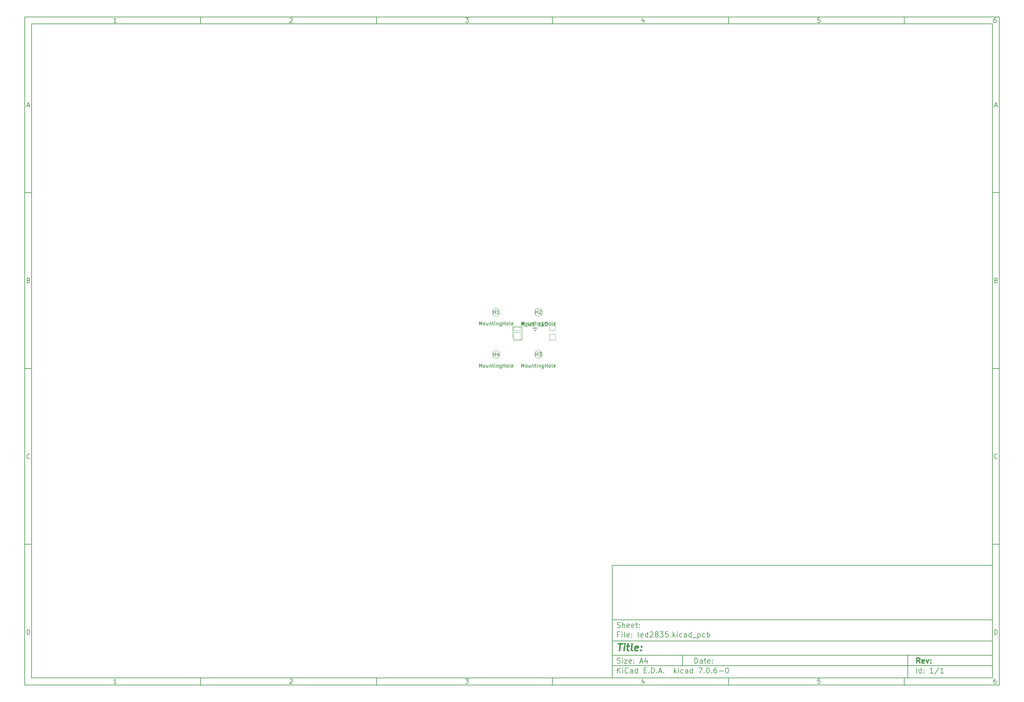
<source format=gbr>
%TF.GenerationSoftware,KiCad,Pcbnew,7.0.6-0*%
%TF.CreationDate,2024-07-03T14:46:14+08:00*%
%TF.ProjectId,led2835,6c656432-3833-4352-9e6b-696361645f70,rev?*%
%TF.SameCoordinates,Original*%
%TF.FileFunction,AssemblyDrawing,Top*%
%FSLAX46Y46*%
G04 Gerber Fmt 4.6, Leading zero omitted, Abs format (unit mm)*
G04 Created by KiCad (PCBNEW 7.0.6-0) date 2024-07-03 14:46:14*
%MOMM*%
%LPD*%
G01*
G04 APERTURE LIST*
%ADD10C,0.100000*%
%ADD11C,0.150000*%
%ADD12C,0.300000*%
%ADD13C,0.400000*%
%ADD14C,0.040000*%
%ADD15C,0.100000*%
%TD*%
G04 APERTURE END LIST*
D10*
D11*
X177002200Y-166007200D02*
X285002200Y-166007200D01*
X285002200Y-198007200D01*
X177002200Y-198007200D01*
X177002200Y-166007200D01*
D10*
D11*
X10000000Y-10000000D02*
X287002200Y-10000000D01*
X287002200Y-200007200D01*
X10000000Y-200007200D01*
X10000000Y-10000000D01*
D10*
D11*
X12000000Y-12000000D02*
X285002200Y-12000000D01*
X285002200Y-198007200D01*
X12000000Y-198007200D01*
X12000000Y-12000000D01*
D10*
D11*
X60000000Y-12000000D02*
X60000000Y-10000000D01*
D10*
D11*
X110000000Y-12000000D02*
X110000000Y-10000000D01*
D10*
D11*
X160000000Y-12000000D02*
X160000000Y-10000000D01*
D10*
D11*
X210000000Y-12000000D02*
X210000000Y-10000000D01*
D10*
D11*
X260000000Y-12000000D02*
X260000000Y-10000000D01*
D10*
D11*
X36089160Y-11593604D02*
X35346303Y-11593604D01*
X35717731Y-11593604D02*
X35717731Y-10293604D01*
X35717731Y-10293604D02*
X35593922Y-10479319D01*
X35593922Y-10479319D02*
X35470112Y-10603128D01*
X35470112Y-10603128D02*
X35346303Y-10665033D01*
D10*
D11*
X85346303Y-10417414D02*
X85408207Y-10355509D01*
X85408207Y-10355509D02*
X85532017Y-10293604D01*
X85532017Y-10293604D02*
X85841541Y-10293604D01*
X85841541Y-10293604D02*
X85965350Y-10355509D01*
X85965350Y-10355509D02*
X86027255Y-10417414D01*
X86027255Y-10417414D02*
X86089160Y-10541223D01*
X86089160Y-10541223D02*
X86089160Y-10665033D01*
X86089160Y-10665033D02*
X86027255Y-10850747D01*
X86027255Y-10850747D02*
X85284398Y-11593604D01*
X85284398Y-11593604D02*
X86089160Y-11593604D01*
D10*
D11*
X135284398Y-10293604D02*
X136089160Y-10293604D01*
X136089160Y-10293604D02*
X135655826Y-10788842D01*
X135655826Y-10788842D02*
X135841541Y-10788842D01*
X135841541Y-10788842D02*
X135965350Y-10850747D01*
X135965350Y-10850747D02*
X136027255Y-10912652D01*
X136027255Y-10912652D02*
X136089160Y-11036461D01*
X136089160Y-11036461D02*
X136089160Y-11345985D01*
X136089160Y-11345985D02*
X136027255Y-11469795D01*
X136027255Y-11469795D02*
X135965350Y-11531700D01*
X135965350Y-11531700D02*
X135841541Y-11593604D01*
X135841541Y-11593604D02*
X135470112Y-11593604D01*
X135470112Y-11593604D02*
X135346303Y-11531700D01*
X135346303Y-11531700D02*
X135284398Y-11469795D01*
D10*
D11*
X185965350Y-10726938D02*
X185965350Y-11593604D01*
X185655826Y-10231700D02*
X185346303Y-11160271D01*
X185346303Y-11160271D02*
X186151064Y-11160271D01*
D10*
D11*
X236027255Y-10293604D02*
X235408207Y-10293604D01*
X235408207Y-10293604D02*
X235346303Y-10912652D01*
X235346303Y-10912652D02*
X235408207Y-10850747D01*
X235408207Y-10850747D02*
X235532017Y-10788842D01*
X235532017Y-10788842D02*
X235841541Y-10788842D01*
X235841541Y-10788842D02*
X235965350Y-10850747D01*
X235965350Y-10850747D02*
X236027255Y-10912652D01*
X236027255Y-10912652D02*
X236089160Y-11036461D01*
X236089160Y-11036461D02*
X236089160Y-11345985D01*
X236089160Y-11345985D02*
X236027255Y-11469795D01*
X236027255Y-11469795D02*
X235965350Y-11531700D01*
X235965350Y-11531700D02*
X235841541Y-11593604D01*
X235841541Y-11593604D02*
X235532017Y-11593604D01*
X235532017Y-11593604D02*
X235408207Y-11531700D01*
X235408207Y-11531700D02*
X235346303Y-11469795D01*
D10*
D11*
X285965350Y-10293604D02*
X285717731Y-10293604D01*
X285717731Y-10293604D02*
X285593922Y-10355509D01*
X285593922Y-10355509D02*
X285532017Y-10417414D01*
X285532017Y-10417414D02*
X285408207Y-10603128D01*
X285408207Y-10603128D02*
X285346303Y-10850747D01*
X285346303Y-10850747D02*
X285346303Y-11345985D01*
X285346303Y-11345985D02*
X285408207Y-11469795D01*
X285408207Y-11469795D02*
X285470112Y-11531700D01*
X285470112Y-11531700D02*
X285593922Y-11593604D01*
X285593922Y-11593604D02*
X285841541Y-11593604D01*
X285841541Y-11593604D02*
X285965350Y-11531700D01*
X285965350Y-11531700D02*
X286027255Y-11469795D01*
X286027255Y-11469795D02*
X286089160Y-11345985D01*
X286089160Y-11345985D02*
X286089160Y-11036461D01*
X286089160Y-11036461D02*
X286027255Y-10912652D01*
X286027255Y-10912652D02*
X285965350Y-10850747D01*
X285965350Y-10850747D02*
X285841541Y-10788842D01*
X285841541Y-10788842D02*
X285593922Y-10788842D01*
X285593922Y-10788842D02*
X285470112Y-10850747D01*
X285470112Y-10850747D02*
X285408207Y-10912652D01*
X285408207Y-10912652D02*
X285346303Y-11036461D01*
D10*
D11*
X60000000Y-198007200D02*
X60000000Y-200007200D01*
D10*
D11*
X110000000Y-198007200D02*
X110000000Y-200007200D01*
D10*
D11*
X160000000Y-198007200D02*
X160000000Y-200007200D01*
D10*
D11*
X210000000Y-198007200D02*
X210000000Y-200007200D01*
D10*
D11*
X260000000Y-198007200D02*
X260000000Y-200007200D01*
D10*
D11*
X36089160Y-199600804D02*
X35346303Y-199600804D01*
X35717731Y-199600804D02*
X35717731Y-198300804D01*
X35717731Y-198300804D02*
X35593922Y-198486519D01*
X35593922Y-198486519D02*
X35470112Y-198610328D01*
X35470112Y-198610328D02*
X35346303Y-198672233D01*
D10*
D11*
X85346303Y-198424614D02*
X85408207Y-198362709D01*
X85408207Y-198362709D02*
X85532017Y-198300804D01*
X85532017Y-198300804D02*
X85841541Y-198300804D01*
X85841541Y-198300804D02*
X85965350Y-198362709D01*
X85965350Y-198362709D02*
X86027255Y-198424614D01*
X86027255Y-198424614D02*
X86089160Y-198548423D01*
X86089160Y-198548423D02*
X86089160Y-198672233D01*
X86089160Y-198672233D02*
X86027255Y-198857947D01*
X86027255Y-198857947D02*
X85284398Y-199600804D01*
X85284398Y-199600804D02*
X86089160Y-199600804D01*
D10*
D11*
X135284398Y-198300804D02*
X136089160Y-198300804D01*
X136089160Y-198300804D02*
X135655826Y-198796042D01*
X135655826Y-198796042D02*
X135841541Y-198796042D01*
X135841541Y-198796042D02*
X135965350Y-198857947D01*
X135965350Y-198857947D02*
X136027255Y-198919852D01*
X136027255Y-198919852D02*
X136089160Y-199043661D01*
X136089160Y-199043661D02*
X136089160Y-199353185D01*
X136089160Y-199353185D02*
X136027255Y-199476995D01*
X136027255Y-199476995D02*
X135965350Y-199538900D01*
X135965350Y-199538900D02*
X135841541Y-199600804D01*
X135841541Y-199600804D02*
X135470112Y-199600804D01*
X135470112Y-199600804D02*
X135346303Y-199538900D01*
X135346303Y-199538900D02*
X135284398Y-199476995D01*
D10*
D11*
X185965350Y-198734138D02*
X185965350Y-199600804D01*
X185655826Y-198238900D02*
X185346303Y-199167471D01*
X185346303Y-199167471D02*
X186151064Y-199167471D01*
D10*
D11*
X236027255Y-198300804D02*
X235408207Y-198300804D01*
X235408207Y-198300804D02*
X235346303Y-198919852D01*
X235346303Y-198919852D02*
X235408207Y-198857947D01*
X235408207Y-198857947D02*
X235532017Y-198796042D01*
X235532017Y-198796042D02*
X235841541Y-198796042D01*
X235841541Y-198796042D02*
X235965350Y-198857947D01*
X235965350Y-198857947D02*
X236027255Y-198919852D01*
X236027255Y-198919852D02*
X236089160Y-199043661D01*
X236089160Y-199043661D02*
X236089160Y-199353185D01*
X236089160Y-199353185D02*
X236027255Y-199476995D01*
X236027255Y-199476995D02*
X235965350Y-199538900D01*
X235965350Y-199538900D02*
X235841541Y-199600804D01*
X235841541Y-199600804D02*
X235532017Y-199600804D01*
X235532017Y-199600804D02*
X235408207Y-199538900D01*
X235408207Y-199538900D02*
X235346303Y-199476995D01*
D10*
D11*
X285965350Y-198300804D02*
X285717731Y-198300804D01*
X285717731Y-198300804D02*
X285593922Y-198362709D01*
X285593922Y-198362709D02*
X285532017Y-198424614D01*
X285532017Y-198424614D02*
X285408207Y-198610328D01*
X285408207Y-198610328D02*
X285346303Y-198857947D01*
X285346303Y-198857947D02*
X285346303Y-199353185D01*
X285346303Y-199353185D02*
X285408207Y-199476995D01*
X285408207Y-199476995D02*
X285470112Y-199538900D01*
X285470112Y-199538900D02*
X285593922Y-199600804D01*
X285593922Y-199600804D02*
X285841541Y-199600804D01*
X285841541Y-199600804D02*
X285965350Y-199538900D01*
X285965350Y-199538900D02*
X286027255Y-199476995D01*
X286027255Y-199476995D02*
X286089160Y-199353185D01*
X286089160Y-199353185D02*
X286089160Y-199043661D01*
X286089160Y-199043661D02*
X286027255Y-198919852D01*
X286027255Y-198919852D02*
X285965350Y-198857947D01*
X285965350Y-198857947D02*
X285841541Y-198796042D01*
X285841541Y-198796042D02*
X285593922Y-198796042D01*
X285593922Y-198796042D02*
X285470112Y-198857947D01*
X285470112Y-198857947D02*
X285408207Y-198919852D01*
X285408207Y-198919852D02*
X285346303Y-199043661D01*
D10*
D11*
X10000000Y-60000000D02*
X12000000Y-60000000D01*
D10*
D11*
X10000000Y-110000000D02*
X12000000Y-110000000D01*
D10*
D11*
X10000000Y-160000000D02*
X12000000Y-160000000D01*
D10*
D11*
X10690476Y-35222176D02*
X11309523Y-35222176D01*
X10566666Y-35593604D02*
X10999999Y-34293604D01*
X10999999Y-34293604D02*
X11433333Y-35593604D01*
D10*
D11*
X11092857Y-84912652D02*
X11278571Y-84974557D01*
X11278571Y-84974557D02*
X11340476Y-85036461D01*
X11340476Y-85036461D02*
X11402380Y-85160271D01*
X11402380Y-85160271D02*
X11402380Y-85345985D01*
X11402380Y-85345985D02*
X11340476Y-85469795D01*
X11340476Y-85469795D02*
X11278571Y-85531700D01*
X11278571Y-85531700D02*
X11154761Y-85593604D01*
X11154761Y-85593604D02*
X10659523Y-85593604D01*
X10659523Y-85593604D02*
X10659523Y-84293604D01*
X10659523Y-84293604D02*
X11092857Y-84293604D01*
X11092857Y-84293604D02*
X11216666Y-84355509D01*
X11216666Y-84355509D02*
X11278571Y-84417414D01*
X11278571Y-84417414D02*
X11340476Y-84541223D01*
X11340476Y-84541223D02*
X11340476Y-84665033D01*
X11340476Y-84665033D02*
X11278571Y-84788842D01*
X11278571Y-84788842D02*
X11216666Y-84850747D01*
X11216666Y-84850747D02*
X11092857Y-84912652D01*
X11092857Y-84912652D02*
X10659523Y-84912652D01*
D10*
D11*
X11402380Y-135469795D02*
X11340476Y-135531700D01*
X11340476Y-135531700D02*
X11154761Y-135593604D01*
X11154761Y-135593604D02*
X11030952Y-135593604D01*
X11030952Y-135593604D02*
X10845238Y-135531700D01*
X10845238Y-135531700D02*
X10721428Y-135407890D01*
X10721428Y-135407890D02*
X10659523Y-135284080D01*
X10659523Y-135284080D02*
X10597619Y-135036461D01*
X10597619Y-135036461D02*
X10597619Y-134850747D01*
X10597619Y-134850747D02*
X10659523Y-134603128D01*
X10659523Y-134603128D02*
X10721428Y-134479319D01*
X10721428Y-134479319D02*
X10845238Y-134355509D01*
X10845238Y-134355509D02*
X11030952Y-134293604D01*
X11030952Y-134293604D02*
X11154761Y-134293604D01*
X11154761Y-134293604D02*
X11340476Y-134355509D01*
X11340476Y-134355509D02*
X11402380Y-134417414D01*
D10*
D11*
X10659523Y-185593604D02*
X10659523Y-184293604D01*
X10659523Y-184293604D02*
X10969047Y-184293604D01*
X10969047Y-184293604D02*
X11154761Y-184355509D01*
X11154761Y-184355509D02*
X11278571Y-184479319D01*
X11278571Y-184479319D02*
X11340476Y-184603128D01*
X11340476Y-184603128D02*
X11402380Y-184850747D01*
X11402380Y-184850747D02*
X11402380Y-185036461D01*
X11402380Y-185036461D02*
X11340476Y-185284080D01*
X11340476Y-185284080D02*
X11278571Y-185407890D01*
X11278571Y-185407890D02*
X11154761Y-185531700D01*
X11154761Y-185531700D02*
X10969047Y-185593604D01*
X10969047Y-185593604D02*
X10659523Y-185593604D01*
D10*
D11*
X287002200Y-60000000D02*
X285002200Y-60000000D01*
D10*
D11*
X287002200Y-110000000D02*
X285002200Y-110000000D01*
D10*
D11*
X287002200Y-160000000D02*
X285002200Y-160000000D01*
D10*
D11*
X285692676Y-35222176D02*
X286311723Y-35222176D01*
X285568866Y-35593604D02*
X286002199Y-34293604D01*
X286002199Y-34293604D02*
X286435533Y-35593604D01*
D10*
D11*
X286095057Y-84912652D02*
X286280771Y-84974557D01*
X286280771Y-84974557D02*
X286342676Y-85036461D01*
X286342676Y-85036461D02*
X286404580Y-85160271D01*
X286404580Y-85160271D02*
X286404580Y-85345985D01*
X286404580Y-85345985D02*
X286342676Y-85469795D01*
X286342676Y-85469795D02*
X286280771Y-85531700D01*
X286280771Y-85531700D02*
X286156961Y-85593604D01*
X286156961Y-85593604D02*
X285661723Y-85593604D01*
X285661723Y-85593604D02*
X285661723Y-84293604D01*
X285661723Y-84293604D02*
X286095057Y-84293604D01*
X286095057Y-84293604D02*
X286218866Y-84355509D01*
X286218866Y-84355509D02*
X286280771Y-84417414D01*
X286280771Y-84417414D02*
X286342676Y-84541223D01*
X286342676Y-84541223D02*
X286342676Y-84665033D01*
X286342676Y-84665033D02*
X286280771Y-84788842D01*
X286280771Y-84788842D02*
X286218866Y-84850747D01*
X286218866Y-84850747D02*
X286095057Y-84912652D01*
X286095057Y-84912652D02*
X285661723Y-84912652D01*
D10*
D11*
X286404580Y-135469795D02*
X286342676Y-135531700D01*
X286342676Y-135531700D02*
X286156961Y-135593604D01*
X286156961Y-135593604D02*
X286033152Y-135593604D01*
X286033152Y-135593604D02*
X285847438Y-135531700D01*
X285847438Y-135531700D02*
X285723628Y-135407890D01*
X285723628Y-135407890D02*
X285661723Y-135284080D01*
X285661723Y-135284080D02*
X285599819Y-135036461D01*
X285599819Y-135036461D02*
X285599819Y-134850747D01*
X285599819Y-134850747D02*
X285661723Y-134603128D01*
X285661723Y-134603128D02*
X285723628Y-134479319D01*
X285723628Y-134479319D02*
X285847438Y-134355509D01*
X285847438Y-134355509D02*
X286033152Y-134293604D01*
X286033152Y-134293604D02*
X286156961Y-134293604D01*
X286156961Y-134293604D02*
X286342676Y-134355509D01*
X286342676Y-134355509D02*
X286404580Y-134417414D01*
D10*
D11*
X285661723Y-185593604D02*
X285661723Y-184293604D01*
X285661723Y-184293604D02*
X285971247Y-184293604D01*
X285971247Y-184293604D02*
X286156961Y-184355509D01*
X286156961Y-184355509D02*
X286280771Y-184479319D01*
X286280771Y-184479319D02*
X286342676Y-184603128D01*
X286342676Y-184603128D02*
X286404580Y-184850747D01*
X286404580Y-184850747D02*
X286404580Y-185036461D01*
X286404580Y-185036461D02*
X286342676Y-185284080D01*
X286342676Y-185284080D02*
X286280771Y-185407890D01*
X286280771Y-185407890D02*
X286156961Y-185531700D01*
X286156961Y-185531700D02*
X285971247Y-185593604D01*
X285971247Y-185593604D02*
X285661723Y-185593604D01*
D10*
D11*
X200458026Y-193793328D02*
X200458026Y-192293328D01*
X200458026Y-192293328D02*
X200815169Y-192293328D01*
X200815169Y-192293328D02*
X201029455Y-192364757D01*
X201029455Y-192364757D02*
X201172312Y-192507614D01*
X201172312Y-192507614D02*
X201243741Y-192650471D01*
X201243741Y-192650471D02*
X201315169Y-192936185D01*
X201315169Y-192936185D02*
X201315169Y-193150471D01*
X201315169Y-193150471D02*
X201243741Y-193436185D01*
X201243741Y-193436185D02*
X201172312Y-193579042D01*
X201172312Y-193579042D02*
X201029455Y-193721900D01*
X201029455Y-193721900D02*
X200815169Y-193793328D01*
X200815169Y-193793328D02*
X200458026Y-193793328D01*
X202600884Y-193793328D02*
X202600884Y-193007614D01*
X202600884Y-193007614D02*
X202529455Y-192864757D01*
X202529455Y-192864757D02*
X202386598Y-192793328D01*
X202386598Y-192793328D02*
X202100884Y-192793328D01*
X202100884Y-192793328D02*
X201958026Y-192864757D01*
X202600884Y-193721900D02*
X202458026Y-193793328D01*
X202458026Y-193793328D02*
X202100884Y-193793328D01*
X202100884Y-193793328D02*
X201958026Y-193721900D01*
X201958026Y-193721900D02*
X201886598Y-193579042D01*
X201886598Y-193579042D02*
X201886598Y-193436185D01*
X201886598Y-193436185D02*
X201958026Y-193293328D01*
X201958026Y-193293328D02*
X202100884Y-193221900D01*
X202100884Y-193221900D02*
X202458026Y-193221900D01*
X202458026Y-193221900D02*
X202600884Y-193150471D01*
X203100884Y-192793328D02*
X203672312Y-192793328D01*
X203315169Y-192293328D02*
X203315169Y-193579042D01*
X203315169Y-193579042D02*
X203386598Y-193721900D01*
X203386598Y-193721900D02*
X203529455Y-193793328D01*
X203529455Y-193793328D02*
X203672312Y-193793328D01*
X204743741Y-193721900D02*
X204600884Y-193793328D01*
X204600884Y-193793328D02*
X204315170Y-193793328D01*
X204315170Y-193793328D02*
X204172312Y-193721900D01*
X204172312Y-193721900D02*
X204100884Y-193579042D01*
X204100884Y-193579042D02*
X204100884Y-193007614D01*
X204100884Y-193007614D02*
X204172312Y-192864757D01*
X204172312Y-192864757D02*
X204315170Y-192793328D01*
X204315170Y-192793328D02*
X204600884Y-192793328D01*
X204600884Y-192793328D02*
X204743741Y-192864757D01*
X204743741Y-192864757D02*
X204815170Y-193007614D01*
X204815170Y-193007614D02*
X204815170Y-193150471D01*
X204815170Y-193150471D02*
X204100884Y-193293328D01*
X205458026Y-193650471D02*
X205529455Y-193721900D01*
X205529455Y-193721900D02*
X205458026Y-193793328D01*
X205458026Y-193793328D02*
X205386598Y-193721900D01*
X205386598Y-193721900D02*
X205458026Y-193650471D01*
X205458026Y-193650471D02*
X205458026Y-193793328D01*
X205458026Y-192864757D02*
X205529455Y-192936185D01*
X205529455Y-192936185D02*
X205458026Y-193007614D01*
X205458026Y-193007614D02*
X205386598Y-192936185D01*
X205386598Y-192936185D02*
X205458026Y-192864757D01*
X205458026Y-192864757D02*
X205458026Y-193007614D01*
D10*
D11*
X177002200Y-194507200D02*
X285002200Y-194507200D01*
D10*
D11*
X178458026Y-196593328D02*
X178458026Y-195093328D01*
X179315169Y-196593328D02*
X178672312Y-195736185D01*
X179315169Y-195093328D02*
X178458026Y-195950471D01*
X179958026Y-196593328D02*
X179958026Y-195593328D01*
X179958026Y-195093328D02*
X179886598Y-195164757D01*
X179886598Y-195164757D02*
X179958026Y-195236185D01*
X179958026Y-195236185D02*
X180029455Y-195164757D01*
X180029455Y-195164757D02*
X179958026Y-195093328D01*
X179958026Y-195093328D02*
X179958026Y-195236185D01*
X181529455Y-196450471D02*
X181458027Y-196521900D01*
X181458027Y-196521900D02*
X181243741Y-196593328D01*
X181243741Y-196593328D02*
X181100884Y-196593328D01*
X181100884Y-196593328D02*
X180886598Y-196521900D01*
X180886598Y-196521900D02*
X180743741Y-196379042D01*
X180743741Y-196379042D02*
X180672312Y-196236185D01*
X180672312Y-196236185D02*
X180600884Y-195950471D01*
X180600884Y-195950471D02*
X180600884Y-195736185D01*
X180600884Y-195736185D02*
X180672312Y-195450471D01*
X180672312Y-195450471D02*
X180743741Y-195307614D01*
X180743741Y-195307614D02*
X180886598Y-195164757D01*
X180886598Y-195164757D02*
X181100884Y-195093328D01*
X181100884Y-195093328D02*
X181243741Y-195093328D01*
X181243741Y-195093328D02*
X181458027Y-195164757D01*
X181458027Y-195164757D02*
X181529455Y-195236185D01*
X182815170Y-196593328D02*
X182815170Y-195807614D01*
X182815170Y-195807614D02*
X182743741Y-195664757D01*
X182743741Y-195664757D02*
X182600884Y-195593328D01*
X182600884Y-195593328D02*
X182315170Y-195593328D01*
X182315170Y-195593328D02*
X182172312Y-195664757D01*
X182815170Y-196521900D02*
X182672312Y-196593328D01*
X182672312Y-196593328D02*
X182315170Y-196593328D01*
X182315170Y-196593328D02*
X182172312Y-196521900D01*
X182172312Y-196521900D02*
X182100884Y-196379042D01*
X182100884Y-196379042D02*
X182100884Y-196236185D01*
X182100884Y-196236185D02*
X182172312Y-196093328D01*
X182172312Y-196093328D02*
X182315170Y-196021900D01*
X182315170Y-196021900D02*
X182672312Y-196021900D01*
X182672312Y-196021900D02*
X182815170Y-195950471D01*
X184172313Y-196593328D02*
X184172313Y-195093328D01*
X184172313Y-196521900D02*
X184029455Y-196593328D01*
X184029455Y-196593328D02*
X183743741Y-196593328D01*
X183743741Y-196593328D02*
X183600884Y-196521900D01*
X183600884Y-196521900D02*
X183529455Y-196450471D01*
X183529455Y-196450471D02*
X183458027Y-196307614D01*
X183458027Y-196307614D02*
X183458027Y-195879042D01*
X183458027Y-195879042D02*
X183529455Y-195736185D01*
X183529455Y-195736185D02*
X183600884Y-195664757D01*
X183600884Y-195664757D02*
X183743741Y-195593328D01*
X183743741Y-195593328D02*
X184029455Y-195593328D01*
X184029455Y-195593328D02*
X184172313Y-195664757D01*
X186029455Y-195807614D02*
X186529455Y-195807614D01*
X186743741Y-196593328D02*
X186029455Y-196593328D01*
X186029455Y-196593328D02*
X186029455Y-195093328D01*
X186029455Y-195093328D02*
X186743741Y-195093328D01*
X187386598Y-196450471D02*
X187458027Y-196521900D01*
X187458027Y-196521900D02*
X187386598Y-196593328D01*
X187386598Y-196593328D02*
X187315170Y-196521900D01*
X187315170Y-196521900D02*
X187386598Y-196450471D01*
X187386598Y-196450471D02*
X187386598Y-196593328D01*
X188100884Y-196593328D02*
X188100884Y-195093328D01*
X188100884Y-195093328D02*
X188458027Y-195093328D01*
X188458027Y-195093328D02*
X188672313Y-195164757D01*
X188672313Y-195164757D02*
X188815170Y-195307614D01*
X188815170Y-195307614D02*
X188886599Y-195450471D01*
X188886599Y-195450471D02*
X188958027Y-195736185D01*
X188958027Y-195736185D02*
X188958027Y-195950471D01*
X188958027Y-195950471D02*
X188886599Y-196236185D01*
X188886599Y-196236185D02*
X188815170Y-196379042D01*
X188815170Y-196379042D02*
X188672313Y-196521900D01*
X188672313Y-196521900D02*
X188458027Y-196593328D01*
X188458027Y-196593328D02*
X188100884Y-196593328D01*
X189600884Y-196450471D02*
X189672313Y-196521900D01*
X189672313Y-196521900D02*
X189600884Y-196593328D01*
X189600884Y-196593328D02*
X189529456Y-196521900D01*
X189529456Y-196521900D02*
X189600884Y-196450471D01*
X189600884Y-196450471D02*
X189600884Y-196593328D01*
X190243742Y-196164757D02*
X190958028Y-196164757D01*
X190100885Y-196593328D02*
X190600885Y-195093328D01*
X190600885Y-195093328D02*
X191100885Y-196593328D01*
X191600884Y-196450471D02*
X191672313Y-196521900D01*
X191672313Y-196521900D02*
X191600884Y-196593328D01*
X191600884Y-196593328D02*
X191529456Y-196521900D01*
X191529456Y-196521900D02*
X191600884Y-196450471D01*
X191600884Y-196450471D02*
X191600884Y-196593328D01*
X194600884Y-196593328D02*
X194600884Y-195093328D01*
X194743742Y-196021900D02*
X195172313Y-196593328D01*
X195172313Y-195593328D02*
X194600884Y-196164757D01*
X195815170Y-196593328D02*
X195815170Y-195593328D01*
X195815170Y-195093328D02*
X195743742Y-195164757D01*
X195743742Y-195164757D02*
X195815170Y-195236185D01*
X195815170Y-195236185D02*
X195886599Y-195164757D01*
X195886599Y-195164757D02*
X195815170Y-195093328D01*
X195815170Y-195093328D02*
X195815170Y-195236185D01*
X197172314Y-196521900D02*
X197029456Y-196593328D01*
X197029456Y-196593328D02*
X196743742Y-196593328D01*
X196743742Y-196593328D02*
X196600885Y-196521900D01*
X196600885Y-196521900D02*
X196529456Y-196450471D01*
X196529456Y-196450471D02*
X196458028Y-196307614D01*
X196458028Y-196307614D02*
X196458028Y-195879042D01*
X196458028Y-195879042D02*
X196529456Y-195736185D01*
X196529456Y-195736185D02*
X196600885Y-195664757D01*
X196600885Y-195664757D02*
X196743742Y-195593328D01*
X196743742Y-195593328D02*
X197029456Y-195593328D01*
X197029456Y-195593328D02*
X197172314Y-195664757D01*
X198458028Y-196593328D02*
X198458028Y-195807614D01*
X198458028Y-195807614D02*
X198386599Y-195664757D01*
X198386599Y-195664757D02*
X198243742Y-195593328D01*
X198243742Y-195593328D02*
X197958028Y-195593328D01*
X197958028Y-195593328D02*
X197815170Y-195664757D01*
X198458028Y-196521900D02*
X198315170Y-196593328D01*
X198315170Y-196593328D02*
X197958028Y-196593328D01*
X197958028Y-196593328D02*
X197815170Y-196521900D01*
X197815170Y-196521900D02*
X197743742Y-196379042D01*
X197743742Y-196379042D02*
X197743742Y-196236185D01*
X197743742Y-196236185D02*
X197815170Y-196093328D01*
X197815170Y-196093328D02*
X197958028Y-196021900D01*
X197958028Y-196021900D02*
X198315170Y-196021900D01*
X198315170Y-196021900D02*
X198458028Y-195950471D01*
X199815171Y-196593328D02*
X199815171Y-195093328D01*
X199815171Y-196521900D02*
X199672313Y-196593328D01*
X199672313Y-196593328D02*
X199386599Y-196593328D01*
X199386599Y-196593328D02*
X199243742Y-196521900D01*
X199243742Y-196521900D02*
X199172313Y-196450471D01*
X199172313Y-196450471D02*
X199100885Y-196307614D01*
X199100885Y-196307614D02*
X199100885Y-195879042D01*
X199100885Y-195879042D02*
X199172313Y-195736185D01*
X199172313Y-195736185D02*
X199243742Y-195664757D01*
X199243742Y-195664757D02*
X199386599Y-195593328D01*
X199386599Y-195593328D02*
X199672313Y-195593328D01*
X199672313Y-195593328D02*
X199815171Y-195664757D01*
X201529456Y-195093328D02*
X202529456Y-195093328D01*
X202529456Y-195093328D02*
X201886599Y-196593328D01*
X203100884Y-196450471D02*
X203172313Y-196521900D01*
X203172313Y-196521900D02*
X203100884Y-196593328D01*
X203100884Y-196593328D02*
X203029456Y-196521900D01*
X203029456Y-196521900D02*
X203100884Y-196450471D01*
X203100884Y-196450471D02*
X203100884Y-196593328D01*
X204100885Y-195093328D02*
X204243742Y-195093328D01*
X204243742Y-195093328D02*
X204386599Y-195164757D01*
X204386599Y-195164757D02*
X204458028Y-195236185D01*
X204458028Y-195236185D02*
X204529456Y-195379042D01*
X204529456Y-195379042D02*
X204600885Y-195664757D01*
X204600885Y-195664757D02*
X204600885Y-196021900D01*
X204600885Y-196021900D02*
X204529456Y-196307614D01*
X204529456Y-196307614D02*
X204458028Y-196450471D01*
X204458028Y-196450471D02*
X204386599Y-196521900D01*
X204386599Y-196521900D02*
X204243742Y-196593328D01*
X204243742Y-196593328D02*
X204100885Y-196593328D01*
X204100885Y-196593328D02*
X203958028Y-196521900D01*
X203958028Y-196521900D02*
X203886599Y-196450471D01*
X203886599Y-196450471D02*
X203815170Y-196307614D01*
X203815170Y-196307614D02*
X203743742Y-196021900D01*
X203743742Y-196021900D02*
X203743742Y-195664757D01*
X203743742Y-195664757D02*
X203815170Y-195379042D01*
X203815170Y-195379042D02*
X203886599Y-195236185D01*
X203886599Y-195236185D02*
X203958028Y-195164757D01*
X203958028Y-195164757D02*
X204100885Y-195093328D01*
X205243741Y-196450471D02*
X205315170Y-196521900D01*
X205315170Y-196521900D02*
X205243741Y-196593328D01*
X205243741Y-196593328D02*
X205172313Y-196521900D01*
X205172313Y-196521900D02*
X205243741Y-196450471D01*
X205243741Y-196450471D02*
X205243741Y-196593328D01*
X206600885Y-195093328D02*
X206315170Y-195093328D01*
X206315170Y-195093328D02*
X206172313Y-195164757D01*
X206172313Y-195164757D02*
X206100885Y-195236185D01*
X206100885Y-195236185D02*
X205958027Y-195450471D01*
X205958027Y-195450471D02*
X205886599Y-195736185D01*
X205886599Y-195736185D02*
X205886599Y-196307614D01*
X205886599Y-196307614D02*
X205958027Y-196450471D01*
X205958027Y-196450471D02*
X206029456Y-196521900D01*
X206029456Y-196521900D02*
X206172313Y-196593328D01*
X206172313Y-196593328D02*
X206458027Y-196593328D01*
X206458027Y-196593328D02*
X206600885Y-196521900D01*
X206600885Y-196521900D02*
X206672313Y-196450471D01*
X206672313Y-196450471D02*
X206743742Y-196307614D01*
X206743742Y-196307614D02*
X206743742Y-195950471D01*
X206743742Y-195950471D02*
X206672313Y-195807614D01*
X206672313Y-195807614D02*
X206600885Y-195736185D01*
X206600885Y-195736185D02*
X206458027Y-195664757D01*
X206458027Y-195664757D02*
X206172313Y-195664757D01*
X206172313Y-195664757D02*
X206029456Y-195736185D01*
X206029456Y-195736185D02*
X205958027Y-195807614D01*
X205958027Y-195807614D02*
X205886599Y-195950471D01*
X207386598Y-196021900D02*
X208529456Y-196021900D01*
X209529456Y-195093328D02*
X209672313Y-195093328D01*
X209672313Y-195093328D02*
X209815170Y-195164757D01*
X209815170Y-195164757D02*
X209886599Y-195236185D01*
X209886599Y-195236185D02*
X209958027Y-195379042D01*
X209958027Y-195379042D02*
X210029456Y-195664757D01*
X210029456Y-195664757D02*
X210029456Y-196021900D01*
X210029456Y-196021900D02*
X209958027Y-196307614D01*
X209958027Y-196307614D02*
X209886599Y-196450471D01*
X209886599Y-196450471D02*
X209815170Y-196521900D01*
X209815170Y-196521900D02*
X209672313Y-196593328D01*
X209672313Y-196593328D02*
X209529456Y-196593328D01*
X209529456Y-196593328D02*
X209386599Y-196521900D01*
X209386599Y-196521900D02*
X209315170Y-196450471D01*
X209315170Y-196450471D02*
X209243741Y-196307614D01*
X209243741Y-196307614D02*
X209172313Y-196021900D01*
X209172313Y-196021900D02*
X209172313Y-195664757D01*
X209172313Y-195664757D02*
X209243741Y-195379042D01*
X209243741Y-195379042D02*
X209315170Y-195236185D01*
X209315170Y-195236185D02*
X209386599Y-195164757D01*
X209386599Y-195164757D02*
X209529456Y-195093328D01*
D10*
D11*
X177002200Y-191507200D02*
X285002200Y-191507200D01*
D10*
D12*
X264413853Y-193785528D02*
X263913853Y-193071242D01*
X263556710Y-193785528D02*
X263556710Y-192285528D01*
X263556710Y-192285528D02*
X264128139Y-192285528D01*
X264128139Y-192285528D02*
X264270996Y-192356957D01*
X264270996Y-192356957D02*
X264342425Y-192428385D01*
X264342425Y-192428385D02*
X264413853Y-192571242D01*
X264413853Y-192571242D02*
X264413853Y-192785528D01*
X264413853Y-192785528D02*
X264342425Y-192928385D01*
X264342425Y-192928385D02*
X264270996Y-192999814D01*
X264270996Y-192999814D02*
X264128139Y-193071242D01*
X264128139Y-193071242D02*
X263556710Y-193071242D01*
X265628139Y-193714100D02*
X265485282Y-193785528D01*
X265485282Y-193785528D02*
X265199568Y-193785528D01*
X265199568Y-193785528D02*
X265056710Y-193714100D01*
X265056710Y-193714100D02*
X264985282Y-193571242D01*
X264985282Y-193571242D02*
X264985282Y-192999814D01*
X264985282Y-192999814D02*
X265056710Y-192856957D01*
X265056710Y-192856957D02*
X265199568Y-192785528D01*
X265199568Y-192785528D02*
X265485282Y-192785528D01*
X265485282Y-192785528D02*
X265628139Y-192856957D01*
X265628139Y-192856957D02*
X265699568Y-192999814D01*
X265699568Y-192999814D02*
X265699568Y-193142671D01*
X265699568Y-193142671D02*
X264985282Y-193285528D01*
X266199567Y-192785528D02*
X266556710Y-193785528D01*
X266556710Y-193785528D02*
X266913853Y-192785528D01*
X267485281Y-193642671D02*
X267556710Y-193714100D01*
X267556710Y-193714100D02*
X267485281Y-193785528D01*
X267485281Y-193785528D02*
X267413853Y-193714100D01*
X267413853Y-193714100D02*
X267485281Y-193642671D01*
X267485281Y-193642671D02*
X267485281Y-193785528D01*
X267485281Y-192856957D02*
X267556710Y-192928385D01*
X267556710Y-192928385D02*
X267485281Y-192999814D01*
X267485281Y-192999814D02*
X267413853Y-192928385D01*
X267413853Y-192928385D02*
X267485281Y-192856957D01*
X267485281Y-192856957D02*
X267485281Y-192999814D01*
D10*
D11*
X178386598Y-193721900D02*
X178600884Y-193793328D01*
X178600884Y-193793328D02*
X178958026Y-193793328D01*
X178958026Y-193793328D02*
X179100884Y-193721900D01*
X179100884Y-193721900D02*
X179172312Y-193650471D01*
X179172312Y-193650471D02*
X179243741Y-193507614D01*
X179243741Y-193507614D02*
X179243741Y-193364757D01*
X179243741Y-193364757D02*
X179172312Y-193221900D01*
X179172312Y-193221900D02*
X179100884Y-193150471D01*
X179100884Y-193150471D02*
X178958026Y-193079042D01*
X178958026Y-193079042D02*
X178672312Y-193007614D01*
X178672312Y-193007614D02*
X178529455Y-192936185D01*
X178529455Y-192936185D02*
X178458026Y-192864757D01*
X178458026Y-192864757D02*
X178386598Y-192721900D01*
X178386598Y-192721900D02*
X178386598Y-192579042D01*
X178386598Y-192579042D02*
X178458026Y-192436185D01*
X178458026Y-192436185D02*
X178529455Y-192364757D01*
X178529455Y-192364757D02*
X178672312Y-192293328D01*
X178672312Y-192293328D02*
X179029455Y-192293328D01*
X179029455Y-192293328D02*
X179243741Y-192364757D01*
X179886597Y-193793328D02*
X179886597Y-192793328D01*
X179886597Y-192293328D02*
X179815169Y-192364757D01*
X179815169Y-192364757D02*
X179886597Y-192436185D01*
X179886597Y-192436185D02*
X179958026Y-192364757D01*
X179958026Y-192364757D02*
X179886597Y-192293328D01*
X179886597Y-192293328D02*
X179886597Y-192436185D01*
X180458026Y-192793328D02*
X181243741Y-192793328D01*
X181243741Y-192793328D02*
X180458026Y-193793328D01*
X180458026Y-193793328D02*
X181243741Y-193793328D01*
X182386598Y-193721900D02*
X182243741Y-193793328D01*
X182243741Y-193793328D02*
X181958027Y-193793328D01*
X181958027Y-193793328D02*
X181815169Y-193721900D01*
X181815169Y-193721900D02*
X181743741Y-193579042D01*
X181743741Y-193579042D02*
X181743741Y-193007614D01*
X181743741Y-193007614D02*
X181815169Y-192864757D01*
X181815169Y-192864757D02*
X181958027Y-192793328D01*
X181958027Y-192793328D02*
X182243741Y-192793328D01*
X182243741Y-192793328D02*
X182386598Y-192864757D01*
X182386598Y-192864757D02*
X182458027Y-193007614D01*
X182458027Y-193007614D02*
X182458027Y-193150471D01*
X182458027Y-193150471D02*
X181743741Y-193293328D01*
X183100883Y-193650471D02*
X183172312Y-193721900D01*
X183172312Y-193721900D02*
X183100883Y-193793328D01*
X183100883Y-193793328D02*
X183029455Y-193721900D01*
X183029455Y-193721900D02*
X183100883Y-193650471D01*
X183100883Y-193650471D02*
X183100883Y-193793328D01*
X183100883Y-192864757D02*
X183172312Y-192936185D01*
X183172312Y-192936185D02*
X183100883Y-193007614D01*
X183100883Y-193007614D02*
X183029455Y-192936185D01*
X183029455Y-192936185D02*
X183100883Y-192864757D01*
X183100883Y-192864757D02*
X183100883Y-193007614D01*
X184886598Y-193364757D02*
X185600884Y-193364757D01*
X184743741Y-193793328D02*
X185243741Y-192293328D01*
X185243741Y-192293328D02*
X185743741Y-193793328D01*
X186886598Y-192793328D02*
X186886598Y-193793328D01*
X186529455Y-192221900D02*
X186172312Y-193293328D01*
X186172312Y-193293328D02*
X187100883Y-193293328D01*
D10*
D11*
X263458026Y-196593328D02*
X263458026Y-195093328D01*
X264815170Y-196593328D02*
X264815170Y-195093328D01*
X264815170Y-196521900D02*
X264672312Y-196593328D01*
X264672312Y-196593328D02*
X264386598Y-196593328D01*
X264386598Y-196593328D02*
X264243741Y-196521900D01*
X264243741Y-196521900D02*
X264172312Y-196450471D01*
X264172312Y-196450471D02*
X264100884Y-196307614D01*
X264100884Y-196307614D02*
X264100884Y-195879042D01*
X264100884Y-195879042D02*
X264172312Y-195736185D01*
X264172312Y-195736185D02*
X264243741Y-195664757D01*
X264243741Y-195664757D02*
X264386598Y-195593328D01*
X264386598Y-195593328D02*
X264672312Y-195593328D01*
X264672312Y-195593328D02*
X264815170Y-195664757D01*
X265529455Y-196450471D02*
X265600884Y-196521900D01*
X265600884Y-196521900D02*
X265529455Y-196593328D01*
X265529455Y-196593328D02*
X265458027Y-196521900D01*
X265458027Y-196521900D02*
X265529455Y-196450471D01*
X265529455Y-196450471D02*
X265529455Y-196593328D01*
X265529455Y-195664757D02*
X265600884Y-195736185D01*
X265600884Y-195736185D02*
X265529455Y-195807614D01*
X265529455Y-195807614D02*
X265458027Y-195736185D01*
X265458027Y-195736185D02*
X265529455Y-195664757D01*
X265529455Y-195664757D02*
X265529455Y-195807614D01*
X268172313Y-196593328D02*
X267315170Y-196593328D01*
X267743741Y-196593328D02*
X267743741Y-195093328D01*
X267743741Y-195093328D02*
X267600884Y-195307614D01*
X267600884Y-195307614D02*
X267458027Y-195450471D01*
X267458027Y-195450471D02*
X267315170Y-195521900D01*
X269886598Y-195021900D02*
X268600884Y-196950471D01*
X271172313Y-196593328D02*
X270315170Y-196593328D01*
X270743741Y-196593328D02*
X270743741Y-195093328D01*
X270743741Y-195093328D02*
X270600884Y-195307614D01*
X270600884Y-195307614D02*
X270458027Y-195450471D01*
X270458027Y-195450471D02*
X270315170Y-195521900D01*
D10*
D11*
X177002200Y-187507200D02*
X285002200Y-187507200D01*
D10*
D13*
X178693928Y-188211638D02*
X179836785Y-188211638D01*
X179015357Y-190211638D02*
X179265357Y-188211638D01*
X180253452Y-190211638D02*
X180420119Y-188878304D01*
X180503452Y-188211638D02*
X180396309Y-188306876D01*
X180396309Y-188306876D02*
X180479643Y-188402114D01*
X180479643Y-188402114D02*
X180586786Y-188306876D01*
X180586786Y-188306876D02*
X180503452Y-188211638D01*
X180503452Y-188211638D02*
X180479643Y-188402114D01*
X181086786Y-188878304D02*
X181848690Y-188878304D01*
X181455833Y-188211638D02*
X181241548Y-189925923D01*
X181241548Y-189925923D02*
X181312976Y-190116400D01*
X181312976Y-190116400D02*
X181491548Y-190211638D01*
X181491548Y-190211638D02*
X181682024Y-190211638D01*
X182634405Y-190211638D02*
X182455833Y-190116400D01*
X182455833Y-190116400D02*
X182384405Y-189925923D01*
X182384405Y-189925923D02*
X182598690Y-188211638D01*
X184170119Y-190116400D02*
X183967738Y-190211638D01*
X183967738Y-190211638D02*
X183586785Y-190211638D01*
X183586785Y-190211638D02*
X183408214Y-190116400D01*
X183408214Y-190116400D02*
X183336785Y-189925923D01*
X183336785Y-189925923D02*
X183432024Y-189164019D01*
X183432024Y-189164019D02*
X183551071Y-188973542D01*
X183551071Y-188973542D02*
X183753452Y-188878304D01*
X183753452Y-188878304D02*
X184134404Y-188878304D01*
X184134404Y-188878304D02*
X184312976Y-188973542D01*
X184312976Y-188973542D02*
X184384404Y-189164019D01*
X184384404Y-189164019D02*
X184360595Y-189354495D01*
X184360595Y-189354495D02*
X183384404Y-189544971D01*
X185134405Y-190021161D02*
X185217738Y-190116400D01*
X185217738Y-190116400D02*
X185110595Y-190211638D01*
X185110595Y-190211638D02*
X185027262Y-190116400D01*
X185027262Y-190116400D02*
X185134405Y-190021161D01*
X185134405Y-190021161D02*
X185110595Y-190211638D01*
X185265357Y-188973542D02*
X185348690Y-189068780D01*
X185348690Y-189068780D02*
X185241548Y-189164019D01*
X185241548Y-189164019D02*
X185158214Y-189068780D01*
X185158214Y-189068780D02*
X185265357Y-188973542D01*
X185265357Y-188973542D02*
X185241548Y-189164019D01*
D10*
D11*
X178958026Y-185607614D02*
X178458026Y-185607614D01*
X178458026Y-186393328D02*
X178458026Y-184893328D01*
X178458026Y-184893328D02*
X179172312Y-184893328D01*
X179743740Y-186393328D02*
X179743740Y-185393328D01*
X179743740Y-184893328D02*
X179672312Y-184964757D01*
X179672312Y-184964757D02*
X179743740Y-185036185D01*
X179743740Y-185036185D02*
X179815169Y-184964757D01*
X179815169Y-184964757D02*
X179743740Y-184893328D01*
X179743740Y-184893328D02*
X179743740Y-185036185D01*
X180672312Y-186393328D02*
X180529455Y-186321900D01*
X180529455Y-186321900D02*
X180458026Y-186179042D01*
X180458026Y-186179042D02*
X180458026Y-184893328D01*
X181815169Y-186321900D02*
X181672312Y-186393328D01*
X181672312Y-186393328D02*
X181386598Y-186393328D01*
X181386598Y-186393328D02*
X181243740Y-186321900D01*
X181243740Y-186321900D02*
X181172312Y-186179042D01*
X181172312Y-186179042D02*
X181172312Y-185607614D01*
X181172312Y-185607614D02*
X181243740Y-185464757D01*
X181243740Y-185464757D02*
X181386598Y-185393328D01*
X181386598Y-185393328D02*
X181672312Y-185393328D01*
X181672312Y-185393328D02*
X181815169Y-185464757D01*
X181815169Y-185464757D02*
X181886598Y-185607614D01*
X181886598Y-185607614D02*
X181886598Y-185750471D01*
X181886598Y-185750471D02*
X181172312Y-185893328D01*
X182529454Y-186250471D02*
X182600883Y-186321900D01*
X182600883Y-186321900D02*
X182529454Y-186393328D01*
X182529454Y-186393328D02*
X182458026Y-186321900D01*
X182458026Y-186321900D02*
X182529454Y-186250471D01*
X182529454Y-186250471D02*
X182529454Y-186393328D01*
X182529454Y-185464757D02*
X182600883Y-185536185D01*
X182600883Y-185536185D02*
X182529454Y-185607614D01*
X182529454Y-185607614D02*
X182458026Y-185536185D01*
X182458026Y-185536185D02*
X182529454Y-185464757D01*
X182529454Y-185464757D02*
X182529454Y-185607614D01*
X184600883Y-186393328D02*
X184458026Y-186321900D01*
X184458026Y-186321900D02*
X184386597Y-186179042D01*
X184386597Y-186179042D02*
X184386597Y-184893328D01*
X185743740Y-186321900D02*
X185600883Y-186393328D01*
X185600883Y-186393328D02*
X185315169Y-186393328D01*
X185315169Y-186393328D02*
X185172311Y-186321900D01*
X185172311Y-186321900D02*
X185100883Y-186179042D01*
X185100883Y-186179042D02*
X185100883Y-185607614D01*
X185100883Y-185607614D02*
X185172311Y-185464757D01*
X185172311Y-185464757D02*
X185315169Y-185393328D01*
X185315169Y-185393328D02*
X185600883Y-185393328D01*
X185600883Y-185393328D02*
X185743740Y-185464757D01*
X185743740Y-185464757D02*
X185815169Y-185607614D01*
X185815169Y-185607614D02*
X185815169Y-185750471D01*
X185815169Y-185750471D02*
X185100883Y-185893328D01*
X187100883Y-186393328D02*
X187100883Y-184893328D01*
X187100883Y-186321900D02*
X186958025Y-186393328D01*
X186958025Y-186393328D02*
X186672311Y-186393328D01*
X186672311Y-186393328D02*
X186529454Y-186321900D01*
X186529454Y-186321900D02*
X186458025Y-186250471D01*
X186458025Y-186250471D02*
X186386597Y-186107614D01*
X186386597Y-186107614D02*
X186386597Y-185679042D01*
X186386597Y-185679042D02*
X186458025Y-185536185D01*
X186458025Y-185536185D02*
X186529454Y-185464757D01*
X186529454Y-185464757D02*
X186672311Y-185393328D01*
X186672311Y-185393328D02*
X186958025Y-185393328D01*
X186958025Y-185393328D02*
X187100883Y-185464757D01*
X187743740Y-185036185D02*
X187815168Y-184964757D01*
X187815168Y-184964757D02*
X187958026Y-184893328D01*
X187958026Y-184893328D02*
X188315168Y-184893328D01*
X188315168Y-184893328D02*
X188458026Y-184964757D01*
X188458026Y-184964757D02*
X188529454Y-185036185D01*
X188529454Y-185036185D02*
X188600883Y-185179042D01*
X188600883Y-185179042D02*
X188600883Y-185321900D01*
X188600883Y-185321900D02*
X188529454Y-185536185D01*
X188529454Y-185536185D02*
X187672311Y-186393328D01*
X187672311Y-186393328D02*
X188600883Y-186393328D01*
X189458025Y-185536185D02*
X189315168Y-185464757D01*
X189315168Y-185464757D02*
X189243739Y-185393328D01*
X189243739Y-185393328D02*
X189172311Y-185250471D01*
X189172311Y-185250471D02*
X189172311Y-185179042D01*
X189172311Y-185179042D02*
X189243739Y-185036185D01*
X189243739Y-185036185D02*
X189315168Y-184964757D01*
X189315168Y-184964757D02*
X189458025Y-184893328D01*
X189458025Y-184893328D02*
X189743739Y-184893328D01*
X189743739Y-184893328D02*
X189886597Y-184964757D01*
X189886597Y-184964757D02*
X189958025Y-185036185D01*
X189958025Y-185036185D02*
X190029454Y-185179042D01*
X190029454Y-185179042D02*
X190029454Y-185250471D01*
X190029454Y-185250471D02*
X189958025Y-185393328D01*
X189958025Y-185393328D02*
X189886597Y-185464757D01*
X189886597Y-185464757D02*
X189743739Y-185536185D01*
X189743739Y-185536185D02*
X189458025Y-185536185D01*
X189458025Y-185536185D02*
X189315168Y-185607614D01*
X189315168Y-185607614D02*
X189243739Y-185679042D01*
X189243739Y-185679042D02*
X189172311Y-185821900D01*
X189172311Y-185821900D02*
X189172311Y-186107614D01*
X189172311Y-186107614D02*
X189243739Y-186250471D01*
X189243739Y-186250471D02*
X189315168Y-186321900D01*
X189315168Y-186321900D02*
X189458025Y-186393328D01*
X189458025Y-186393328D02*
X189743739Y-186393328D01*
X189743739Y-186393328D02*
X189886597Y-186321900D01*
X189886597Y-186321900D02*
X189958025Y-186250471D01*
X189958025Y-186250471D02*
X190029454Y-186107614D01*
X190029454Y-186107614D02*
X190029454Y-185821900D01*
X190029454Y-185821900D02*
X189958025Y-185679042D01*
X189958025Y-185679042D02*
X189886597Y-185607614D01*
X189886597Y-185607614D02*
X189743739Y-185536185D01*
X190529453Y-184893328D02*
X191458025Y-184893328D01*
X191458025Y-184893328D02*
X190958025Y-185464757D01*
X190958025Y-185464757D02*
X191172310Y-185464757D01*
X191172310Y-185464757D02*
X191315168Y-185536185D01*
X191315168Y-185536185D02*
X191386596Y-185607614D01*
X191386596Y-185607614D02*
X191458025Y-185750471D01*
X191458025Y-185750471D02*
X191458025Y-186107614D01*
X191458025Y-186107614D02*
X191386596Y-186250471D01*
X191386596Y-186250471D02*
X191315168Y-186321900D01*
X191315168Y-186321900D02*
X191172310Y-186393328D01*
X191172310Y-186393328D02*
X190743739Y-186393328D01*
X190743739Y-186393328D02*
X190600882Y-186321900D01*
X190600882Y-186321900D02*
X190529453Y-186250471D01*
X192815167Y-184893328D02*
X192100881Y-184893328D01*
X192100881Y-184893328D02*
X192029453Y-185607614D01*
X192029453Y-185607614D02*
X192100881Y-185536185D01*
X192100881Y-185536185D02*
X192243739Y-185464757D01*
X192243739Y-185464757D02*
X192600881Y-185464757D01*
X192600881Y-185464757D02*
X192743739Y-185536185D01*
X192743739Y-185536185D02*
X192815167Y-185607614D01*
X192815167Y-185607614D02*
X192886596Y-185750471D01*
X192886596Y-185750471D02*
X192886596Y-186107614D01*
X192886596Y-186107614D02*
X192815167Y-186250471D01*
X192815167Y-186250471D02*
X192743739Y-186321900D01*
X192743739Y-186321900D02*
X192600881Y-186393328D01*
X192600881Y-186393328D02*
X192243739Y-186393328D01*
X192243739Y-186393328D02*
X192100881Y-186321900D01*
X192100881Y-186321900D02*
X192029453Y-186250471D01*
X193529452Y-186250471D02*
X193600881Y-186321900D01*
X193600881Y-186321900D02*
X193529452Y-186393328D01*
X193529452Y-186393328D02*
X193458024Y-186321900D01*
X193458024Y-186321900D02*
X193529452Y-186250471D01*
X193529452Y-186250471D02*
X193529452Y-186393328D01*
X194243738Y-186393328D02*
X194243738Y-184893328D01*
X194386596Y-185821900D02*
X194815167Y-186393328D01*
X194815167Y-185393328D02*
X194243738Y-185964757D01*
X195458024Y-186393328D02*
X195458024Y-185393328D01*
X195458024Y-184893328D02*
X195386596Y-184964757D01*
X195386596Y-184964757D02*
X195458024Y-185036185D01*
X195458024Y-185036185D02*
X195529453Y-184964757D01*
X195529453Y-184964757D02*
X195458024Y-184893328D01*
X195458024Y-184893328D02*
X195458024Y-185036185D01*
X196815168Y-186321900D02*
X196672310Y-186393328D01*
X196672310Y-186393328D02*
X196386596Y-186393328D01*
X196386596Y-186393328D02*
X196243739Y-186321900D01*
X196243739Y-186321900D02*
X196172310Y-186250471D01*
X196172310Y-186250471D02*
X196100882Y-186107614D01*
X196100882Y-186107614D02*
X196100882Y-185679042D01*
X196100882Y-185679042D02*
X196172310Y-185536185D01*
X196172310Y-185536185D02*
X196243739Y-185464757D01*
X196243739Y-185464757D02*
X196386596Y-185393328D01*
X196386596Y-185393328D02*
X196672310Y-185393328D01*
X196672310Y-185393328D02*
X196815168Y-185464757D01*
X198100882Y-186393328D02*
X198100882Y-185607614D01*
X198100882Y-185607614D02*
X198029453Y-185464757D01*
X198029453Y-185464757D02*
X197886596Y-185393328D01*
X197886596Y-185393328D02*
X197600882Y-185393328D01*
X197600882Y-185393328D02*
X197458024Y-185464757D01*
X198100882Y-186321900D02*
X197958024Y-186393328D01*
X197958024Y-186393328D02*
X197600882Y-186393328D01*
X197600882Y-186393328D02*
X197458024Y-186321900D01*
X197458024Y-186321900D02*
X197386596Y-186179042D01*
X197386596Y-186179042D02*
X197386596Y-186036185D01*
X197386596Y-186036185D02*
X197458024Y-185893328D01*
X197458024Y-185893328D02*
X197600882Y-185821900D01*
X197600882Y-185821900D02*
X197958024Y-185821900D01*
X197958024Y-185821900D02*
X198100882Y-185750471D01*
X199458025Y-186393328D02*
X199458025Y-184893328D01*
X199458025Y-186321900D02*
X199315167Y-186393328D01*
X199315167Y-186393328D02*
X199029453Y-186393328D01*
X199029453Y-186393328D02*
X198886596Y-186321900D01*
X198886596Y-186321900D02*
X198815167Y-186250471D01*
X198815167Y-186250471D02*
X198743739Y-186107614D01*
X198743739Y-186107614D02*
X198743739Y-185679042D01*
X198743739Y-185679042D02*
X198815167Y-185536185D01*
X198815167Y-185536185D02*
X198886596Y-185464757D01*
X198886596Y-185464757D02*
X199029453Y-185393328D01*
X199029453Y-185393328D02*
X199315167Y-185393328D01*
X199315167Y-185393328D02*
X199458025Y-185464757D01*
X199815168Y-186536185D02*
X200958025Y-186536185D01*
X201315167Y-185393328D02*
X201315167Y-186893328D01*
X201315167Y-185464757D02*
X201458025Y-185393328D01*
X201458025Y-185393328D02*
X201743739Y-185393328D01*
X201743739Y-185393328D02*
X201886596Y-185464757D01*
X201886596Y-185464757D02*
X201958025Y-185536185D01*
X201958025Y-185536185D02*
X202029453Y-185679042D01*
X202029453Y-185679042D02*
X202029453Y-186107614D01*
X202029453Y-186107614D02*
X201958025Y-186250471D01*
X201958025Y-186250471D02*
X201886596Y-186321900D01*
X201886596Y-186321900D02*
X201743739Y-186393328D01*
X201743739Y-186393328D02*
X201458025Y-186393328D01*
X201458025Y-186393328D02*
X201315167Y-186321900D01*
X203315168Y-186321900D02*
X203172310Y-186393328D01*
X203172310Y-186393328D02*
X202886596Y-186393328D01*
X202886596Y-186393328D02*
X202743739Y-186321900D01*
X202743739Y-186321900D02*
X202672310Y-186250471D01*
X202672310Y-186250471D02*
X202600882Y-186107614D01*
X202600882Y-186107614D02*
X202600882Y-185679042D01*
X202600882Y-185679042D02*
X202672310Y-185536185D01*
X202672310Y-185536185D02*
X202743739Y-185464757D01*
X202743739Y-185464757D02*
X202886596Y-185393328D01*
X202886596Y-185393328D02*
X203172310Y-185393328D01*
X203172310Y-185393328D02*
X203315168Y-185464757D01*
X203958024Y-186393328D02*
X203958024Y-184893328D01*
X203958024Y-185464757D02*
X204100882Y-185393328D01*
X204100882Y-185393328D02*
X204386596Y-185393328D01*
X204386596Y-185393328D02*
X204529453Y-185464757D01*
X204529453Y-185464757D02*
X204600882Y-185536185D01*
X204600882Y-185536185D02*
X204672310Y-185679042D01*
X204672310Y-185679042D02*
X204672310Y-186107614D01*
X204672310Y-186107614D02*
X204600882Y-186250471D01*
X204600882Y-186250471D02*
X204529453Y-186321900D01*
X204529453Y-186321900D02*
X204386596Y-186393328D01*
X204386596Y-186393328D02*
X204100882Y-186393328D01*
X204100882Y-186393328D02*
X203958024Y-186321900D01*
D10*
D11*
X177002200Y-181507200D02*
X285002200Y-181507200D01*
D10*
D11*
X178386598Y-183621900D02*
X178600884Y-183693328D01*
X178600884Y-183693328D02*
X178958026Y-183693328D01*
X178958026Y-183693328D02*
X179100884Y-183621900D01*
X179100884Y-183621900D02*
X179172312Y-183550471D01*
X179172312Y-183550471D02*
X179243741Y-183407614D01*
X179243741Y-183407614D02*
X179243741Y-183264757D01*
X179243741Y-183264757D02*
X179172312Y-183121900D01*
X179172312Y-183121900D02*
X179100884Y-183050471D01*
X179100884Y-183050471D02*
X178958026Y-182979042D01*
X178958026Y-182979042D02*
X178672312Y-182907614D01*
X178672312Y-182907614D02*
X178529455Y-182836185D01*
X178529455Y-182836185D02*
X178458026Y-182764757D01*
X178458026Y-182764757D02*
X178386598Y-182621900D01*
X178386598Y-182621900D02*
X178386598Y-182479042D01*
X178386598Y-182479042D02*
X178458026Y-182336185D01*
X178458026Y-182336185D02*
X178529455Y-182264757D01*
X178529455Y-182264757D02*
X178672312Y-182193328D01*
X178672312Y-182193328D02*
X179029455Y-182193328D01*
X179029455Y-182193328D02*
X179243741Y-182264757D01*
X179886597Y-183693328D02*
X179886597Y-182193328D01*
X180529455Y-183693328D02*
X180529455Y-182907614D01*
X180529455Y-182907614D02*
X180458026Y-182764757D01*
X180458026Y-182764757D02*
X180315169Y-182693328D01*
X180315169Y-182693328D02*
X180100883Y-182693328D01*
X180100883Y-182693328D02*
X179958026Y-182764757D01*
X179958026Y-182764757D02*
X179886597Y-182836185D01*
X181815169Y-183621900D02*
X181672312Y-183693328D01*
X181672312Y-183693328D02*
X181386598Y-183693328D01*
X181386598Y-183693328D02*
X181243740Y-183621900D01*
X181243740Y-183621900D02*
X181172312Y-183479042D01*
X181172312Y-183479042D02*
X181172312Y-182907614D01*
X181172312Y-182907614D02*
X181243740Y-182764757D01*
X181243740Y-182764757D02*
X181386598Y-182693328D01*
X181386598Y-182693328D02*
X181672312Y-182693328D01*
X181672312Y-182693328D02*
X181815169Y-182764757D01*
X181815169Y-182764757D02*
X181886598Y-182907614D01*
X181886598Y-182907614D02*
X181886598Y-183050471D01*
X181886598Y-183050471D02*
X181172312Y-183193328D01*
X183100883Y-183621900D02*
X182958026Y-183693328D01*
X182958026Y-183693328D02*
X182672312Y-183693328D01*
X182672312Y-183693328D02*
X182529454Y-183621900D01*
X182529454Y-183621900D02*
X182458026Y-183479042D01*
X182458026Y-183479042D02*
X182458026Y-182907614D01*
X182458026Y-182907614D02*
X182529454Y-182764757D01*
X182529454Y-182764757D02*
X182672312Y-182693328D01*
X182672312Y-182693328D02*
X182958026Y-182693328D01*
X182958026Y-182693328D02*
X183100883Y-182764757D01*
X183100883Y-182764757D02*
X183172312Y-182907614D01*
X183172312Y-182907614D02*
X183172312Y-183050471D01*
X183172312Y-183050471D02*
X182458026Y-183193328D01*
X183600883Y-182693328D02*
X184172311Y-182693328D01*
X183815168Y-182193328D02*
X183815168Y-183479042D01*
X183815168Y-183479042D02*
X183886597Y-183621900D01*
X183886597Y-183621900D02*
X184029454Y-183693328D01*
X184029454Y-183693328D02*
X184172311Y-183693328D01*
X184672311Y-183550471D02*
X184743740Y-183621900D01*
X184743740Y-183621900D02*
X184672311Y-183693328D01*
X184672311Y-183693328D02*
X184600883Y-183621900D01*
X184600883Y-183621900D02*
X184672311Y-183550471D01*
X184672311Y-183550471D02*
X184672311Y-183693328D01*
X184672311Y-182764757D02*
X184743740Y-182836185D01*
X184743740Y-182836185D02*
X184672311Y-182907614D01*
X184672311Y-182907614D02*
X184600883Y-182836185D01*
X184600883Y-182836185D02*
X184672311Y-182764757D01*
X184672311Y-182764757D02*
X184672311Y-182907614D01*
D10*
D12*
D10*
D11*
D10*
D11*
D10*
D11*
D10*
D11*
D10*
D11*
X197002200Y-191507200D02*
X197002200Y-194507200D01*
D10*
D11*
X261002200Y-191507200D02*
X261002200Y-198007200D01*
X152023809Y-97904819D02*
X151690476Y-97428628D01*
X151452381Y-97904819D02*
X151452381Y-96904819D01*
X151452381Y-96904819D02*
X151833333Y-96904819D01*
X151833333Y-96904819D02*
X151928571Y-96952438D01*
X151928571Y-96952438D02*
X151976190Y-97000057D01*
X151976190Y-97000057D02*
X152023809Y-97095295D01*
X152023809Y-97095295D02*
X152023809Y-97238152D01*
X152023809Y-97238152D02*
X151976190Y-97333390D01*
X151976190Y-97333390D02*
X151928571Y-97381009D01*
X151928571Y-97381009D02*
X151833333Y-97428628D01*
X151833333Y-97428628D02*
X151452381Y-97428628D01*
X152214286Y-98000057D02*
X152976190Y-98000057D01*
X153214286Y-96904819D02*
X153214286Y-97714342D01*
X153214286Y-97714342D02*
X153261905Y-97809580D01*
X153261905Y-97809580D02*
X153309524Y-97857200D01*
X153309524Y-97857200D02*
X153404762Y-97904819D01*
X153404762Y-97904819D02*
X153595238Y-97904819D01*
X153595238Y-97904819D02*
X153690476Y-97857200D01*
X153690476Y-97857200D02*
X153738095Y-97809580D01*
X153738095Y-97809580D02*
X153785714Y-97714342D01*
X153785714Y-97714342D02*
X153785714Y-96904819D01*
X154214286Y-97857200D02*
X154357143Y-97904819D01*
X154357143Y-97904819D02*
X154595238Y-97904819D01*
X154595238Y-97904819D02*
X154690476Y-97857200D01*
X154690476Y-97857200D02*
X154738095Y-97809580D01*
X154738095Y-97809580D02*
X154785714Y-97714342D01*
X154785714Y-97714342D02*
X154785714Y-97619104D01*
X154785714Y-97619104D02*
X154738095Y-97523866D01*
X154738095Y-97523866D02*
X154690476Y-97476247D01*
X154690476Y-97476247D02*
X154595238Y-97428628D01*
X154595238Y-97428628D02*
X154404762Y-97381009D01*
X154404762Y-97381009D02*
X154309524Y-97333390D01*
X154309524Y-97333390D02*
X154261905Y-97285771D01*
X154261905Y-97285771D02*
X154214286Y-97190533D01*
X154214286Y-97190533D02*
X154214286Y-97095295D01*
X154214286Y-97095295D02*
X154261905Y-97000057D01*
X154261905Y-97000057D02*
X154309524Y-96952438D01*
X154309524Y-96952438D02*
X154404762Y-96904819D01*
X154404762Y-96904819D02*
X154642857Y-96904819D01*
X154642857Y-96904819D02*
X154785714Y-96952438D01*
X156500000Y-97904819D02*
X155928572Y-97904819D01*
X156214286Y-97904819D02*
X156214286Y-96904819D01*
X156214286Y-96904819D02*
X156119048Y-97047676D01*
X156119048Y-97047676D02*
X156023810Y-97142914D01*
X156023810Y-97142914D02*
X155928572Y-97190533D01*
X156880953Y-97000057D02*
X156928572Y-96952438D01*
X156928572Y-96952438D02*
X157023810Y-96904819D01*
X157023810Y-96904819D02*
X157261905Y-96904819D01*
X157261905Y-96904819D02*
X157357143Y-96952438D01*
X157357143Y-96952438D02*
X157404762Y-97000057D01*
X157404762Y-97000057D02*
X157452381Y-97095295D01*
X157452381Y-97095295D02*
X157452381Y-97190533D01*
X157452381Y-97190533D02*
X157404762Y-97333390D01*
X157404762Y-97333390D02*
X156833334Y-97904819D01*
X156833334Y-97904819D02*
X157452381Y-97904819D01*
X157833334Y-97904819D02*
X158071429Y-97904819D01*
X158071429Y-97904819D02*
X158071429Y-97714342D01*
X158071429Y-97714342D02*
X157976191Y-97666723D01*
X157976191Y-97666723D02*
X157880953Y-97571485D01*
X157880953Y-97571485D02*
X157833334Y-97428628D01*
X157833334Y-97428628D02*
X157833334Y-97190533D01*
X157833334Y-97190533D02*
X157880953Y-97047676D01*
X157880953Y-97047676D02*
X157976191Y-96952438D01*
X157976191Y-96952438D02*
X158119048Y-96904819D01*
X158119048Y-96904819D02*
X158309524Y-96904819D01*
X158309524Y-96904819D02*
X158452381Y-96952438D01*
X158452381Y-96952438D02*
X158547619Y-97047676D01*
X158547619Y-97047676D02*
X158595238Y-97190533D01*
X158595238Y-97190533D02*
X158595238Y-97428628D01*
X158595238Y-97428628D02*
X158547619Y-97571485D01*
X158547619Y-97571485D02*
X158452381Y-97666723D01*
X158452381Y-97666723D02*
X158357143Y-97714342D01*
X158357143Y-97714342D02*
X158357143Y-97904819D01*
X158357143Y-97904819D02*
X158595238Y-97904819D01*
D14*
X154958333Y-99293574D02*
X154875000Y-99174527D01*
X154815476Y-99293574D02*
X154815476Y-99043574D01*
X154815476Y-99043574D02*
X154910714Y-99043574D01*
X154910714Y-99043574D02*
X154934524Y-99055479D01*
X154934524Y-99055479D02*
X154946429Y-99067384D01*
X154946429Y-99067384D02*
X154958333Y-99091193D01*
X154958333Y-99091193D02*
X154958333Y-99126908D01*
X154958333Y-99126908D02*
X154946429Y-99150717D01*
X154946429Y-99150717D02*
X154934524Y-99162622D01*
X154934524Y-99162622D02*
X154910714Y-99174527D01*
X154910714Y-99174527D02*
X154815476Y-99174527D01*
X155196429Y-99293574D02*
X155053572Y-99293574D01*
X155125000Y-99293574D02*
X155125000Y-99043574D01*
X155125000Y-99043574D02*
X155101191Y-99079289D01*
X155101191Y-99079289D02*
X155077381Y-99103098D01*
X155077381Y-99103098D02*
X155053572Y-99115003D01*
D11*
X151214285Y-109654819D02*
X151214285Y-108654819D01*
X151214285Y-108654819D02*
X151547618Y-109369104D01*
X151547618Y-109369104D02*
X151880951Y-108654819D01*
X151880951Y-108654819D02*
X151880951Y-109654819D01*
X152499999Y-109654819D02*
X152404761Y-109607200D01*
X152404761Y-109607200D02*
X152357142Y-109559580D01*
X152357142Y-109559580D02*
X152309523Y-109464342D01*
X152309523Y-109464342D02*
X152309523Y-109178628D01*
X152309523Y-109178628D02*
X152357142Y-109083390D01*
X152357142Y-109083390D02*
X152404761Y-109035771D01*
X152404761Y-109035771D02*
X152499999Y-108988152D01*
X152499999Y-108988152D02*
X152642856Y-108988152D01*
X152642856Y-108988152D02*
X152738094Y-109035771D01*
X152738094Y-109035771D02*
X152785713Y-109083390D01*
X152785713Y-109083390D02*
X152833332Y-109178628D01*
X152833332Y-109178628D02*
X152833332Y-109464342D01*
X152833332Y-109464342D02*
X152785713Y-109559580D01*
X152785713Y-109559580D02*
X152738094Y-109607200D01*
X152738094Y-109607200D02*
X152642856Y-109654819D01*
X152642856Y-109654819D02*
X152499999Y-109654819D01*
X153690475Y-108988152D02*
X153690475Y-109654819D01*
X153261904Y-108988152D02*
X153261904Y-109511961D01*
X153261904Y-109511961D02*
X153309523Y-109607200D01*
X153309523Y-109607200D02*
X153404761Y-109654819D01*
X153404761Y-109654819D02*
X153547618Y-109654819D01*
X153547618Y-109654819D02*
X153642856Y-109607200D01*
X153642856Y-109607200D02*
X153690475Y-109559580D01*
X154166666Y-108988152D02*
X154166666Y-109654819D01*
X154166666Y-109083390D02*
X154214285Y-109035771D01*
X154214285Y-109035771D02*
X154309523Y-108988152D01*
X154309523Y-108988152D02*
X154452380Y-108988152D01*
X154452380Y-108988152D02*
X154547618Y-109035771D01*
X154547618Y-109035771D02*
X154595237Y-109131009D01*
X154595237Y-109131009D02*
X154595237Y-109654819D01*
X154928571Y-108988152D02*
X155309523Y-108988152D01*
X155071428Y-108654819D02*
X155071428Y-109511961D01*
X155071428Y-109511961D02*
X155119047Y-109607200D01*
X155119047Y-109607200D02*
X155214285Y-109654819D01*
X155214285Y-109654819D02*
X155309523Y-109654819D01*
X155642857Y-109654819D02*
X155642857Y-108988152D01*
X155642857Y-108654819D02*
X155595238Y-108702438D01*
X155595238Y-108702438D02*
X155642857Y-108750057D01*
X155642857Y-108750057D02*
X155690476Y-108702438D01*
X155690476Y-108702438D02*
X155642857Y-108654819D01*
X155642857Y-108654819D02*
X155642857Y-108750057D01*
X156119047Y-108988152D02*
X156119047Y-109654819D01*
X156119047Y-109083390D02*
X156166666Y-109035771D01*
X156166666Y-109035771D02*
X156261904Y-108988152D01*
X156261904Y-108988152D02*
X156404761Y-108988152D01*
X156404761Y-108988152D02*
X156499999Y-109035771D01*
X156499999Y-109035771D02*
X156547618Y-109131009D01*
X156547618Y-109131009D02*
X156547618Y-109654819D01*
X157452380Y-108988152D02*
X157452380Y-109797676D01*
X157452380Y-109797676D02*
X157404761Y-109892914D01*
X157404761Y-109892914D02*
X157357142Y-109940533D01*
X157357142Y-109940533D02*
X157261904Y-109988152D01*
X157261904Y-109988152D02*
X157119047Y-109988152D01*
X157119047Y-109988152D02*
X157023809Y-109940533D01*
X157452380Y-109607200D02*
X157357142Y-109654819D01*
X157357142Y-109654819D02*
X157166666Y-109654819D01*
X157166666Y-109654819D02*
X157071428Y-109607200D01*
X157071428Y-109607200D02*
X157023809Y-109559580D01*
X157023809Y-109559580D02*
X156976190Y-109464342D01*
X156976190Y-109464342D02*
X156976190Y-109178628D01*
X156976190Y-109178628D02*
X157023809Y-109083390D01*
X157023809Y-109083390D02*
X157071428Y-109035771D01*
X157071428Y-109035771D02*
X157166666Y-108988152D01*
X157166666Y-108988152D02*
X157357142Y-108988152D01*
X157357142Y-108988152D02*
X157452380Y-109035771D01*
X157928571Y-109654819D02*
X157928571Y-108654819D01*
X157928571Y-109131009D02*
X158499999Y-109131009D01*
X158499999Y-109654819D02*
X158499999Y-108654819D01*
X159119047Y-109654819D02*
X159023809Y-109607200D01*
X159023809Y-109607200D02*
X158976190Y-109559580D01*
X158976190Y-109559580D02*
X158928571Y-109464342D01*
X158928571Y-109464342D02*
X158928571Y-109178628D01*
X158928571Y-109178628D02*
X158976190Y-109083390D01*
X158976190Y-109083390D02*
X159023809Y-109035771D01*
X159023809Y-109035771D02*
X159119047Y-108988152D01*
X159119047Y-108988152D02*
X159261904Y-108988152D01*
X159261904Y-108988152D02*
X159357142Y-109035771D01*
X159357142Y-109035771D02*
X159404761Y-109083390D01*
X159404761Y-109083390D02*
X159452380Y-109178628D01*
X159452380Y-109178628D02*
X159452380Y-109464342D01*
X159452380Y-109464342D02*
X159404761Y-109559580D01*
X159404761Y-109559580D02*
X159357142Y-109607200D01*
X159357142Y-109607200D02*
X159261904Y-109654819D01*
X159261904Y-109654819D02*
X159119047Y-109654819D01*
X160023809Y-109654819D02*
X159928571Y-109607200D01*
X159928571Y-109607200D02*
X159880952Y-109511961D01*
X159880952Y-109511961D02*
X159880952Y-108654819D01*
X160785714Y-109607200D02*
X160690476Y-109654819D01*
X160690476Y-109654819D02*
X160500000Y-109654819D01*
X160500000Y-109654819D02*
X160404762Y-109607200D01*
X160404762Y-109607200D02*
X160357143Y-109511961D01*
X160357143Y-109511961D02*
X160357143Y-109131009D01*
X160357143Y-109131009D02*
X160404762Y-109035771D01*
X160404762Y-109035771D02*
X160500000Y-108988152D01*
X160500000Y-108988152D02*
X160690476Y-108988152D01*
X160690476Y-108988152D02*
X160785714Y-109035771D01*
X160785714Y-109035771D02*
X160833333Y-109131009D01*
X160833333Y-109131009D02*
X160833333Y-109226247D01*
X160833333Y-109226247D02*
X160357143Y-109321485D01*
X155238095Y-106454819D02*
X155238095Y-105454819D01*
X155238095Y-105931009D02*
X155809523Y-105931009D01*
X155809523Y-106454819D02*
X155809523Y-105454819D01*
X156190476Y-105454819D02*
X156809523Y-105454819D01*
X156809523Y-105454819D02*
X156476190Y-105835771D01*
X156476190Y-105835771D02*
X156619047Y-105835771D01*
X156619047Y-105835771D02*
X156714285Y-105883390D01*
X156714285Y-105883390D02*
X156761904Y-105931009D01*
X156761904Y-105931009D02*
X156809523Y-106026247D01*
X156809523Y-106026247D02*
X156809523Y-106264342D01*
X156809523Y-106264342D02*
X156761904Y-106359580D01*
X156761904Y-106359580D02*
X156714285Y-106407200D01*
X156714285Y-106407200D02*
X156619047Y-106454819D01*
X156619047Y-106454819D02*
X156333333Y-106454819D01*
X156333333Y-106454819D02*
X156238095Y-106407200D01*
X156238095Y-106407200D02*
X156190476Y-106359580D01*
X139214285Y-109654819D02*
X139214285Y-108654819D01*
X139214285Y-108654819D02*
X139547618Y-109369104D01*
X139547618Y-109369104D02*
X139880951Y-108654819D01*
X139880951Y-108654819D02*
X139880951Y-109654819D01*
X140499999Y-109654819D02*
X140404761Y-109607200D01*
X140404761Y-109607200D02*
X140357142Y-109559580D01*
X140357142Y-109559580D02*
X140309523Y-109464342D01*
X140309523Y-109464342D02*
X140309523Y-109178628D01*
X140309523Y-109178628D02*
X140357142Y-109083390D01*
X140357142Y-109083390D02*
X140404761Y-109035771D01*
X140404761Y-109035771D02*
X140499999Y-108988152D01*
X140499999Y-108988152D02*
X140642856Y-108988152D01*
X140642856Y-108988152D02*
X140738094Y-109035771D01*
X140738094Y-109035771D02*
X140785713Y-109083390D01*
X140785713Y-109083390D02*
X140833332Y-109178628D01*
X140833332Y-109178628D02*
X140833332Y-109464342D01*
X140833332Y-109464342D02*
X140785713Y-109559580D01*
X140785713Y-109559580D02*
X140738094Y-109607200D01*
X140738094Y-109607200D02*
X140642856Y-109654819D01*
X140642856Y-109654819D02*
X140499999Y-109654819D01*
X141690475Y-108988152D02*
X141690475Y-109654819D01*
X141261904Y-108988152D02*
X141261904Y-109511961D01*
X141261904Y-109511961D02*
X141309523Y-109607200D01*
X141309523Y-109607200D02*
X141404761Y-109654819D01*
X141404761Y-109654819D02*
X141547618Y-109654819D01*
X141547618Y-109654819D02*
X141642856Y-109607200D01*
X141642856Y-109607200D02*
X141690475Y-109559580D01*
X142166666Y-108988152D02*
X142166666Y-109654819D01*
X142166666Y-109083390D02*
X142214285Y-109035771D01*
X142214285Y-109035771D02*
X142309523Y-108988152D01*
X142309523Y-108988152D02*
X142452380Y-108988152D01*
X142452380Y-108988152D02*
X142547618Y-109035771D01*
X142547618Y-109035771D02*
X142595237Y-109131009D01*
X142595237Y-109131009D02*
X142595237Y-109654819D01*
X142928571Y-108988152D02*
X143309523Y-108988152D01*
X143071428Y-108654819D02*
X143071428Y-109511961D01*
X143071428Y-109511961D02*
X143119047Y-109607200D01*
X143119047Y-109607200D02*
X143214285Y-109654819D01*
X143214285Y-109654819D02*
X143309523Y-109654819D01*
X143642857Y-109654819D02*
X143642857Y-108988152D01*
X143642857Y-108654819D02*
X143595238Y-108702438D01*
X143595238Y-108702438D02*
X143642857Y-108750057D01*
X143642857Y-108750057D02*
X143690476Y-108702438D01*
X143690476Y-108702438D02*
X143642857Y-108654819D01*
X143642857Y-108654819D02*
X143642857Y-108750057D01*
X144119047Y-108988152D02*
X144119047Y-109654819D01*
X144119047Y-109083390D02*
X144166666Y-109035771D01*
X144166666Y-109035771D02*
X144261904Y-108988152D01*
X144261904Y-108988152D02*
X144404761Y-108988152D01*
X144404761Y-108988152D02*
X144499999Y-109035771D01*
X144499999Y-109035771D02*
X144547618Y-109131009D01*
X144547618Y-109131009D02*
X144547618Y-109654819D01*
X145452380Y-108988152D02*
X145452380Y-109797676D01*
X145452380Y-109797676D02*
X145404761Y-109892914D01*
X145404761Y-109892914D02*
X145357142Y-109940533D01*
X145357142Y-109940533D02*
X145261904Y-109988152D01*
X145261904Y-109988152D02*
X145119047Y-109988152D01*
X145119047Y-109988152D02*
X145023809Y-109940533D01*
X145452380Y-109607200D02*
X145357142Y-109654819D01*
X145357142Y-109654819D02*
X145166666Y-109654819D01*
X145166666Y-109654819D02*
X145071428Y-109607200D01*
X145071428Y-109607200D02*
X145023809Y-109559580D01*
X145023809Y-109559580D02*
X144976190Y-109464342D01*
X144976190Y-109464342D02*
X144976190Y-109178628D01*
X144976190Y-109178628D02*
X145023809Y-109083390D01*
X145023809Y-109083390D02*
X145071428Y-109035771D01*
X145071428Y-109035771D02*
X145166666Y-108988152D01*
X145166666Y-108988152D02*
X145357142Y-108988152D01*
X145357142Y-108988152D02*
X145452380Y-109035771D01*
X145928571Y-109654819D02*
X145928571Y-108654819D01*
X145928571Y-109131009D02*
X146499999Y-109131009D01*
X146499999Y-109654819D02*
X146499999Y-108654819D01*
X147119047Y-109654819D02*
X147023809Y-109607200D01*
X147023809Y-109607200D02*
X146976190Y-109559580D01*
X146976190Y-109559580D02*
X146928571Y-109464342D01*
X146928571Y-109464342D02*
X146928571Y-109178628D01*
X146928571Y-109178628D02*
X146976190Y-109083390D01*
X146976190Y-109083390D02*
X147023809Y-109035771D01*
X147023809Y-109035771D02*
X147119047Y-108988152D01*
X147119047Y-108988152D02*
X147261904Y-108988152D01*
X147261904Y-108988152D02*
X147357142Y-109035771D01*
X147357142Y-109035771D02*
X147404761Y-109083390D01*
X147404761Y-109083390D02*
X147452380Y-109178628D01*
X147452380Y-109178628D02*
X147452380Y-109464342D01*
X147452380Y-109464342D02*
X147404761Y-109559580D01*
X147404761Y-109559580D02*
X147357142Y-109607200D01*
X147357142Y-109607200D02*
X147261904Y-109654819D01*
X147261904Y-109654819D02*
X147119047Y-109654819D01*
X148023809Y-109654819D02*
X147928571Y-109607200D01*
X147928571Y-109607200D02*
X147880952Y-109511961D01*
X147880952Y-109511961D02*
X147880952Y-108654819D01*
X148785714Y-109607200D02*
X148690476Y-109654819D01*
X148690476Y-109654819D02*
X148500000Y-109654819D01*
X148500000Y-109654819D02*
X148404762Y-109607200D01*
X148404762Y-109607200D02*
X148357143Y-109511961D01*
X148357143Y-109511961D02*
X148357143Y-109131009D01*
X148357143Y-109131009D02*
X148404762Y-109035771D01*
X148404762Y-109035771D02*
X148500000Y-108988152D01*
X148500000Y-108988152D02*
X148690476Y-108988152D01*
X148690476Y-108988152D02*
X148785714Y-109035771D01*
X148785714Y-109035771D02*
X148833333Y-109131009D01*
X148833333Y-109131009D02*
X148833333Y-109226247D01*
X148833333Y-109226247D02*
X148357143Y-109321485D01*
X143238095Y-106454819D02*
X143238095Y-105454819D01*
X143238095Y-105931009D02*
X143809523Y-105931009D01*
X143809523Y-106454819D02*
X143809523Y-105454819D01*
X144714285Y-105788152D02*
X144714285Y-106454819D01*
X144476190Y-105407200D02*
X144238095Y-106121485D01*
X144238095Y-106121485D02*
X144857142Y-106121485D01*
X151214285Y-97654819D02*
X151214285Y-96654819D01*
X151214285Y-96654819D02*
X151547618Y-97369104D01*
X151547618Y-97369104D02*
X151880951Y-96654819D01*
X151880951Y-96654819D02*
X151880951Y-97654819D01*
X152499999Y-97654819D02*
X152404761Y-97607200D01*
X152404761Y-97607200D02*
X152357142Y-97559580D01*
X152357142Y-97559580D02*
X152309523Y-97464342D01*
X152309523Y-97464342D02*
X152309523Y-97178628D01*
X152309523Y-97178628D02*
X152357142Y-97083390D01*
X152357142Y-97083390D02*
X152404761Y-97035771D01*
X152404761Y-97035771D02*
X152499999Y-96988152D01*
X152499999Y-96988152D02*
X152642856Y-96988152D01*
X152642856Y-96988152D02*
X152738094Y-97035771D01*
X152738094Y-97035771D02*
X152785713Y-97083390D01*
X152785713Y-97083390D02*
X152833332Y-97178628D01*
X152833332Y-97178628D02*
X152833332Y-97464342D01*
X152833332Y-97464342D02*
X152785713Y-97559580D01*
X152785713Y-97559580D02*
X152738094Y-97607200D01*
X152738094Y-97607200D02*
X152642856Y-97654819D01*
X152642856Y-97654819D02*
X152499999Y-97654819D01*
X153690475Y-96988152D02*
X153690475Y-97654819D01*
X153261904Y-96988152D02*
X153261904Y-97511961D01*
X153261904Y-97511961D02*
X153309523Y-97607200D01*
X153309523Y-97607200D02*
X153404761Y-97654819D01*
X153404761Y-97654819D02*
X153547618Y-97654819D01*
X153547618Y-97654819D02*
X153642856Y-97607200D01*
X153642856Y-97607200D02*
X153690475Y-97559580D01*
X154166666Y-96988152D02*
X154166666Y-97654819D01*
X154166666Y-97083390D02*
X154214285Y-97035771D01*
X154214285Y-97035771D02*
X154309523Y-96988152D01*
X154309523Y-96988152D02*
X154452380Y-96988152D01*
X154452380Y-96988152D02*
X154547618Y-97035771D01*
X154547618Y-97035771D02*
X154595237Y-97131009D01*
X154595237Y-97131009D02*
X154595237Y-97654819D01*
X154928571Y-96988152D02*
X155309523Y-96988152D01*
X155071428Y-96654819D02*
X155071428Y-97511961D01*
X155071428Y-97511961D02*
X155119047Y-97607200D01*
X155119047Y-97607200D02*
X155214285Y-97654819D01*
X155214285Y-97654819D02*
X155309523Y-97654819D01*
X155642857Y-97654819D02*
X155642857Y-96988152D01*
X155642857Y-96654819D02*
X155595238Y-96702438D01*
X155595238Y-96702438D02*
X155642857Y-96750057D01*
X155642857Y-96750057D02*
X155690476Y-96702438D01*
X155690476Y-96702438D02*
X155642857Y-96654819D01*
X155642857Y-96654819D02*
X155642857Y-96750057D01*
X156119047Y-96988152D02*
X156119047Y-97654819D01*
X156119047Y-97083390D02*
X156166666Y-97035771D01*
X156166666Y-97035771D02*
X156261904Y-96988152D01*
X156261904Y-96988152D02*
X156404761Y-96988152D01*
X156404761Y-96988152D02*
X156499999Y-97035771D01*
X156499999Y-97035771D02*
X156547618Y-97131009D01*
X156547618Y-97131009D02*
X156547618Y-97654819D01*
X157452380Y-96988152D02*
X157452380Y-97797676D01*
X157452380Y-97797676D02*
X157404761Y-97892914D01*
X157404761Y-97892914D02*
X157357142Y-97940533D01*
X157357142Y-97940533D02*
X157261904Y-97988152D01*
X157261904Y-97988152D02*
X157119047Y-97988152D01*
X157119047Y-97988152D02*
X157023809Y-97940533D01*
X157452380Y-97607200D02*
X157357142Y-97654819D01*
X157357142Y-97654819D02*
X157166666Y-97654819D01*
X157166666Y-97654819D02*
X157071428Y-97607200D01*
X157071428Y-97607200D02*
X157023809Y-97559580D01*
X157023809Y-97559580D02*
X156976190Y-97464342D01*
X156976190Y-97464342D02*
X156976190Y-97178628D01*
X156976190Y-97178628D02*
X157023809Y-97083390D01*
X157023809Y-97083390D02*
X157071428Y-97035771D01*
X157071428Y-97035771D02*
X157166666Y-96988152D01*
X157166666Y-96988152D02*
X157357142Y-96988152D01*
X157357142Y-96988152D02*
X157452380Y-97035771D01*
X157928571Y-97654819D02*
X157928571Y-96654819D01*
X157928571Y-97131009D02*
X158499999Y-97131009D01*
X158499999Y-97654819D02*
X158499999Y-96654819D01*
X159119047Y-97654819D02*
X159023809Y-97607200D01*
X159023809Y-97607200D02*
X158976190Y-97559580D01*
X158976190Y-97559580D02*
X158928571Y-97464342D01*
X158928571Y-97464342D02*
X158928571Y-97178628D01*
X158928571Y-97178628D02*
X158976190Y-97083390D01*
X158976190Y-97083390D02*
X159023809Y-97035771D01*
X159023809Y-97035771D02*
X159119047Y-96988152D01*
X159119047Y-96988152D02*
X159261904Y-96988152D01*
X159261904Y-96988152D02*
X159357142Y-97035771D01*
X159357142Y-97035771D02*
X159404761Y-97083390D01*
X159404761Y-97083390D02*
X159452380Y-97178628D01*
X159452380Y-97178628D02*
X159452380Y-97464342D01*
X159452380Y-97464342D02*
X159404761Y-97559580D01*
X159404761Y-97559580D02*
X159357142Y-97607200D01*
X159357142Y-97607200D02*
X159261904Y-97654819D01*
X159261904Y-97654819D02*
X159119047Y-97654819D01*
X160023809Y-97654819D02*
X159928571Y-97607200D01*
X159928571Y-97607200D02*
X159880952Y-97511961D01*
X159880952Y-97511961D02*
X159880952Y-96654819D01*
X160785714Y-97607200D02*
X160690476Y-97654819D01*
X160690476Y-97654819D02*
X160500000Y-97654819D01*
X160500000Y-97654819D02*
X160404762Y-97607200D01*
X160404762Y-97607200D02*
X160357143Y-97511961D01*
X160357143Y-97511961D02*
X160357143Y-97131009D01*
X160357143Y-97131009D02*
X160404762Y-97035771D01*
X160404762Y-97035771D02*
X160500000Y-96988152D01*
X160500000Y-96988152D02*
X160690476Y-96988152D01*
X160690476Y-96988152D02*
X160785714Y-97035771D01*
X160785714Y-97035771D02*
X160833333Y-97131009D01*
X160833333Y-97131009D02*
X160833333Y-97226247D01*
X160833333Y-97226247D02*
X160357143Y-97321485D01*
X155238095Y-94454819D02*
X155238095Y-93454819D01*
X155238095Y-93931009D02*
X155809523Y-93931009D01*
X155809523Y-94454819D02*
X155809523Y-93454819D01*
X156238095Y-93550057D02*
X156285714Y-93502438D01*
X156285714Y-93502438D02*
X156380952Y-93454819D01*
X156380952Y-93454819D02*
X156619047Y-93454819D01*
X156619047Y-93454819D02*
X156714285Y-93502438D01*
X156714285Y-93502438D02*
X156761904Y-93550057D01*
X156761904Y-93550057D02*
X156809523Y-93645295D01*
X156809523Y-93645295D02*
X156809523Y-93740533D01*
X156809523Y-93740533D02*
X156761904Y-93883390D01*
X156761904Y-93883390D02*
X156190476Y-94454819D01*
X156190476Y-94454819D02*
X156809523Y-94454819D01*
X139214285Y-97654819D02*
X139214285Y-96654819D01*
X139214285Y-96654819D02*
X139547618Y-97369104D01*
X139547618Y-97369104D02*
X139880951Y-96654819D01*
X139880951Y-96654819D02*
X139880951Y-97654819D01*
X140499999Y-97654819D02*
X140404761Y-97607200D01*
X140404761Y-97607200D02*
X140357142Y-97559580D01*
X140357142Y-97559580D02*
X140309523Y-97464342D01*
X140309523Y-97464342D02*
X140309523Y-97178628D01*
X140309523Y-97178628D02*
X140357142Y-97083390D01*
X140357142Y-97083390D02*
X140404761Y-97035771D01*
X140404761Y-97035771D02*
X140499999Y-96988152D01*
X140499999Y-96988152D02*
X140642856Y-96988152D01*
X140642856Y-96988152D02*
X140738094Y-97035771D01*
X140738094Y-97035771D02*
X140785713Y-97083390D01*
X140785713Y-97083390D02*
X140833332Y-97178628D01*
X140833332Y-97178628D02*
X140833332Y-97464342D01*
X140833332Y-97464342D02*
X140785713Y-97559580D01*
X140785713Y-97559580D02*
X140738094Y-97607200D01*
X140738094Y-97607200D02*
X140642856Y-97654819D01*
X140642856Y-97654819D02*
X140499999Y-97654819D01*
X141690475Y-96988152D02*
X141690475Y-97654819D01*
X141261904Y-96988152D02*
X141261904Y-97511961D01*
X141261904Y-97511961D02*
X141309523Y-97607200D01*
X141309523Y-97607200D02*
X141404761Y-97654819D01*
X141404761Y-97654819D02*
X141547618Y-97654819D01*
X141547618Y-97654819D02*
X141642856Y-97607200D01*
X141642856Y-97607200D02*
X141690475Y-97559580D01*
X142166666Y-96988152D02*
X142166666Y-97654819D01*
X142166666Y-97083390D02*
X142214285Y-97035771D01*
X142214285Y-97035771D02*
X142309523Y-96988152D01*
X142309523Y-96988152D02*
X142452380Y-96988152D01*
X142452380Y-96988152D02*
X142547618Y-97035771D01*
X142547618Y-97035771D02*
X142595237Y-97131009D01*
X142595237Y-97131009D02*
X142595237Y-97654819D01*
X142928571Y-96988152D02*
X143309523Y-96988152D01*
X143071428Y-96654819D02*
X143071428Y-97511961D01*
X143071428Y-97511961D02*
X143119047Y-97607200D01*
X143119047Y-97607200D02*
X143214285Y-97654819D01*
X143214285Y-97654819D02*
X143309523Y-97654819D01*
X143642857Y-97654819D02*
X143642857Y-96988152D01*
X143642857Y-96654819D02*
X143595238Y-96702438D01*
X143595238Y-96702438D02*
X143642857Y-96750057D01*
X143642857Y-96750057D02*
X143690476Y-96702438D01*
X143690476Y-96702438D02*
X143642857Y-96654819D01*
X143642857Y-96654819D02*
X143642857Y-96750057D01*
X144119047Y-96988152D02*
X144119047Y-97654819D01*
X144119047Y-97083390D02*
X144166666Y-97035771D01*
X144166666Y-97035771D02*
X144261904Y-96988152D01*
X144261904Y-96988152D02*
X144404761Y-96988152D01*
X144404761Y-96988152D02*
X144499999Y-97035771D01*
X144499999Y-97035771D02*
X144547618Y-97131009D01*
X144547618Y-97131009D02*
X144547618Y-97654819D01*
X145452380Y-96988152D02*
X145452380Y-97797676D01*
X145452380Y-97797676D02*
X145404761Y-97892914D01*
X145404761Y-97892914D02*
X145357142Y-97940533D01*
X145357142Y-97940533D02*
X145261904Y-97988152D01*
X145261904Y-97988152D02*
X145119047Y-97988152D01*
X145119047Y-97988152D02*
X145023809Y-97940533D01*
X145452380Y-97607200D02*
X145357142Y-97654819D01*
X145357142Y-97654819D02*
X145166666Y-97654819D01*
X145166666Y-97654819D02*
X145071428Y-97607200D01*
X145071428Y-97607200D02*
X145023809Y-97559580D01*
X145023809Y-97559580D02*
X144976190Y-97464342D01*
X144976190Y-97464342D02*
X144976190Y-97178628D01*
X144976190Y-97178628D02*
X145023809Y-97083390D01*
X145023809Y-97083390D02*
X145071428Y-97035771D01*
X145071428Y-97035771D02*
X145166666Y-96988152D01*
X145166666Y-96988152D02*
X145357142Y-96988152D01*
X145357142Y-96988152D02*
X145452380Y-97035771D01*
X145928571Y-97654819D02*
X145928571Y-96654819D01*
X145928571Y-97131009D02*
X146499999Y-97131009D01*
X146499999Y-97654819D02*
X146499999Y-96654819D01*
X147119047Y-97654819D02*
X147023809Y-97607200D01*
X147023809Y-97607200D02*
X146976190Y-97559580D01*
X146976190Y-97559580D02*
X146928571Y-97464342D01*
X146928571Y-97464342D02*
X146928571Y-97178628D01*
X146928571Y-97178628D02*
X146976190Y-97083390D01*
X146976190Y-97083390D02*
X147023809Y-97035771D01*
X147023809Y-97035771D02*
X147119047Y-96988152D01*
X147119047Y-96988152D02*
X147261904Y-96988152D01*
X147261904Y-96988152D02*
X147357142Y-97035771D01*
X147357142Y-97035771D02*
X147404761Y-97083390D01*
X147404761Y-97083390D02*
X147452380Y-97178628D01*
X147452380Y-97178628D02*
X147452380Y-97464342D01*
X147452380Y-97464342D02*
X147404761Y-97559580D01*
X147404761Y-97559580D02*
X147357142Y-97607200D01*
X147357142Y-97607200D02*
X147261904Y-97654819D01*
X147261904Y-97654819D02*
X147119047Y-97654819D01*
X148023809Y-97654819D02*
X147928571Y-97607200D01*
X147928571Y-97607200D02*
X147880952Y-97511961D01*
X147880952Y-97511961D02*
X147880952Y-96654819D01*
X148785714Y-97607200D02*
X148690476Y-97654819D01*
X148690476Y-97654819D02*
X148500000Y-97654819D01*
X148500000Y-97654819D02*
X148404762Y-97607200D01*
X148404762Y-97607200D02*
X148357143Y-97511961D01*
X148357143Y-97511961D02*
X148357143Y-97131009D01*
X148357143Y-97131009D02*
X148404762Y-97035771D01*
X148404762Y-97035771D02*
X148500000Y-96988152D01*
X148500000Y-96988152D02*
X148690476Y-96988152D01*
X148690476Y-96988152D02*
X148785714Y-97035771D01*
X148785714Y-97035771D02*
X148833333Y-97131009D01*
X148833333Y-97131009D02*
X148833333Y-97226247D01*
X148833333Y-97226247D02*
X148357143Y-97321485D01*
X143238095Y-94454819D02*
X143238095Y-93454819D01*
X143238095Y-93931009D02*
X143809523Y-93931009D01*
X143809523Y-94454819D02*
X143809523Y-93454819D01*
X144809523Y-94454819D02*
X144238095Y-94454819D01*
X144523809Y-94454819D02*
X144523809Y-93454819D01*
X144523809Y-93454819D02*
X144428571Y-93597676D01*
X144428571Y-93597676D02*
X144333333Y-93692914D01*
X144333333Y-93692914D02*
X144238095Y-93740533D01*
D10*
%TO.C,R1*%
X155300000Y-98650000D02*
X154700000Y-98650000D01*
X155300000Y-98350000D02*
X155300000Y-98650000D01*
X154700000Y-98650000D02*
X154700000Y-98350000D01*
X154700000Y-98350000D02*
X155300000Y-98350000D01*
%TO.C,D1*%
X151400000Y-101750000D02*
X149300000Y-101750000D01*
X148600000Y-101050000D02*
X149300000Y-101750000D01*
X148600000Y-101050000D02*
X148600000Y-98250000D01*
X148600000Y-98250000D02*
X151400000Y-98250000D01*
X151400000Y-98250000D02*
X151400000Y-101750000D01*
%TD*%
D15*
%TO.C,R1*%
D10*
X155550000Y-98600000D02*
X155542388Y-98638268D01*
X155520711Y-98670711D01*
X155488268Y-98692388D01*
X155450000Y-98700000D01*
X155190000Y-98700000D01*
X155151732Y-98692388D01*
X155119289Y-98670711D01*
X155097612Y-98638268D01*
X155090000Y-98600000D01*
X155090000Y-98400000D01*
X155097612Y-98361732D01*
X155119289Y-98329289D01*
X155151732Y-98307612D01*
X155190000Y-98300000D01*
X155450000Y-98300000D01*
X155488268Y-98307612D01*
X155520711Y-98329289D01*
X155542388Y-98361732D01*
X155550000Y-98400000D01*
X155550000Y-98600000D01*
D15*
D10*
X154910000Y-98600000D02*
X154902388Y-98638268D01*
X154880711Y-98670711D01*
X154848268Y-98692388D01*
X154810000Y-98700000D01*
X154550000Y-98700000D01*
X154511732Y-98692388D01*
X154479289Y-98670711D01*
X154457612Y-98638268D01*
X154450000Y-98600000D01*
X154450000Y-98400000D01*
X154457612Y-98361732D01*
X154479289Y-98329289D01*
X154511732Y-98307612D01*
X154550000Y-98300000D01*
X154810000Y-98300000D01*
X154848268Y-98307612D01*
X154880711Y-98329289D01*
X154902388Y-98361732D01*
X154910000Y-98400000D01*
X154910000Y-98600000D01*
%TD*%
%TO.C,H3*%
X157100000Y-106000000D02*
G75*
G03*
X157100000Y-106000000I-1100000J0D01*
G01*
%TD*%
%TO.C,D1*%
X148900000Y-99800000D02*
X148900000Y-102000000D01*
X151100000Y-102000000D01*
X151100000Y-99800000D01*
X148900000Y-99800000D01*
X148900000Y-98000000D02*
X148900000Y-99250000D01*
X151100000Y-99250000D01*
X151100000Y-98000000D01*
X148900000Y-98000000D01*
%TD*%
%TO.C,H4*%
X145100000Y-106000000D02*
G75*
G03*
X145100000Y-106000000I-1100000J0D01*
G01*
%TD*%
%TO.C,H2*%
X157100000Y-94000000D02*
G75*
G03*
X157100000Y-94000000I-1100000J0D01*
G01*
%TD*%
%TO.C,H1*%
X145100000Y-94000000D02*
G75*
G03*
X145100000Y-94000000I-1100000J0D01*
G01*
%TD*%
%TO.C,J1*%
X159150000Y-100150000D02*
X159150000Y-101850000D01*
X160850000Y-101850000D01*
X160850000Y-100150000D01*
X159150000Y-100150000D01*
X159150000Y-98460000D02*
X159150000Y-98460000D01*
X159150000Y-98460000D02*
G75*
G03*
X160850000Y-98460000I850000J0D01*
G01*
X160850000Y-98460000D02*
X160850000Y-98460000D01*
X160850000Y-98460000D02*
G75*
G03*
X159150000Y-98460000I-850000J0D01*
G01*
%TD*%
M02*

</source>
